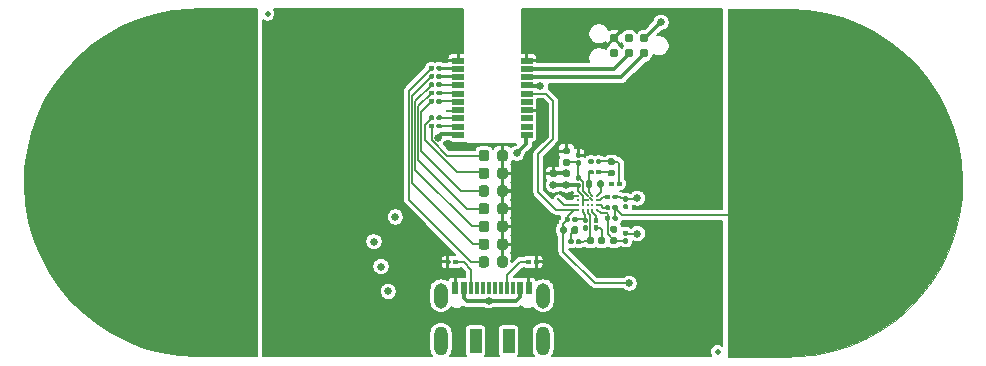
<source format=gbr>
%TF.GenerationSoftware,KiCad,Pcbnew,5.1.10-88a1d61d58~90~ubuntu20.04.1*%
%TF.CreationDate,2021-08-18T17:07:53+02:00*%
%TF.ProjectId,s1-ecg-demo,73312d65-6367-42d6-9465-6d6f2e6b6963,1*%
%TF.SameCoordinates,Original*%
%TF.FileFunction,Copper,L1,Top*%
%TF.FilePolarity,Positive*%
%FSLAX46Y46*%
G04 Gerber Fmt 4.6, Leading zero omitted, Abs format (unit mm)*
G04 Created by KiCad (PCBNEW 5.1.10-88a1d61d58~90~ubuntu20.04.1) date 2021-08-18 17:07:53*
%MOMM*%
%LPD*%
G01*
G04 APERTURE LIST*
%TA.AperFunction,SMDPad,CuDef*%
%ADD10R,0.558800X1.092200*%
%TD*%
%TA.AperFunction,SMDPad,CuDef*%
%ADD11R,0.304800X1.041400*%
%TD*%
%TA.AperFunction,SMDPad,CuDef*%
%ADD12R,0.990600X2.006600*%
%TD*%
%TA.AperFunction,ComponentPad*%
%ADD13O,1.158000X2.458000*%
%TD*%
%TA.AperFunction,ComponentPad*%
%ADD14O,1.158000X2.158000*%
%TD*%
%TA.AperFunction,ConnectorPad*%
%ADD15C,0.787400*%
%TD*%
%TA.AperFunction,SMDPad,CuDef*%
%ADD16R,1.000000X0.480000*%
%TD*%
%TA.AperFunction,SMDPad,CuDef*%
%ADD17C,0.220000*%
%TD*%
%TA.AperFunction,SMDPad,CuDef*%
%ADD18C,0.500000*%
%TD*%
%TA.AperFunction,ViaPad*%
%ADD19C,0.200000*%
%TD*%
%TA.AperFunction,ViaPad*%
%ADD20C,0.650000*%
%TD*%
%TA.AperFunction,Conductor*%
%ADD21C,0.200000*%
%TD*%
%TA.AperFunction,Conductor*%
%ADD22C,0.350000*%
%TD*%
%TA.AperFunction,Conductor*%
%ADD23C,0.100000*%
%TD*%
G04 APERTURE END LIST*
%TO.P,C8,2*%
%TO.N,GND*%
%TA.AperFunction,SMDPad,CuDef*%
G36*
G01*
X144470000Y-103120000D02*
X144130000Y-103120000D01*
G75*
G02*
X143990000Y-102980000I0J140000D01*
G01*
X143990000Y-102700000D01*
G75*
G02*
X144130000Y-102560000I140000J0D01*
G01*
X144470000Y-102560000D01*
G75*
G02*
X144610000Y-102700000I0J-140000D01*
G01*
X144610000Y-102980000D01*
G75*
G02*
X144470000Y-103120000I-140000J0D01*
G01*
G37*
%TD.AperFunction*%
%TO.P,C8,1*%
%TO.N,+1V8*%
%TA.AperFunction,SMDPad,CuDef*%
G36*
G01*
X144470000Y-104080000D02*
X144130000Y-104080000D01*
G75*
G02*
X143990000Y-103940000I0J140000D01*
G01*
X143990000Y-103660000D01*
G75*
G02*
X144130000Y-103520000I140000J0D01*
G01*
X144470000Y-103520000D01*
G75*
G02*
X144610000Y-103660000I0J-140000D01*
G01*
X144610000Y-103940000D01*
G75*
G02*
X144470000Y-104080000I-140000J0D01*
G01*
G37*
%TD.AperFunction*%
%TD*%
D10*
%TO.P,J4,A1/B12*%
%TO.N,GND*%
X136000000Y-112500000D03*
%TO.P,J4,A4/B9*%
%TO.N,/VBUS*%
X136749999Y-112500000D03*
D11*
%TO.P,J4,A5*%
%TO.N,Net-(J4-PadA5)*%
X137350001Y-112500000D03*
%TO.P,J4,B8*%
%TO.N,N/C*%
X137850000Y-112500000D03*
%TO.P,J4,B7*%
X138349999Y-112500000D03*
%TO.P,J4,A6*%
X138850000Y-112500000D03*
%TO.P,J4,B6*%
X139349999Y-112500000D03*
%TO.P,J4,A7*%
X139850001Y-112500000D03*
%TO.P,J4,B5*%
%TO.N,Net-(J4-PadB5)*%
X140350000Y-112500000D03*
%TO.P,J4,A8*%
%TO.N,N/C*%
X140849999Y-112500000D03*
D10*
%TO.P,J4,A9/B4*%
%TO.N,/VBUS*%
X141450000Y-112500000D03*
%TO.P,J4,A12/B1*%
%TO.N,GND*%
X142199999Y-112500000D03*
D12*
%TO.P,J4,*%
%TO.N,*%
X137700000Y-116996000D03*
X140499999Y-116996000D03*
D13*
X134779998Y-116996000D03*
D14*
X134779998Y-113170999D03*
D13*
X143420001Y-116996000D03*
D14*
X143419601Y-113170999D03*
%TD*%
%TO.P,R22,2*%
%TO.N,Net-(J4-PadA5)*%
%TA.AperFunction,SMDPad,CuDef*%
G36*
G01*
X135770000Y-110400000D02*
X135770000Y-110200000D01*
G75*
G02*
X135870000Y-110100000I100000J0D01*
G01*
X136130000Y-110100000D01*
G75*
G02*
X136230000Y-110200000I0J-100000D01*
G01*
X136230000Y-110400000D01*
G75*
G02*
X136130000Y-110500000I-100000J0D01*
G01*
X135870000Y-110500000D01*
G75*
G02*
X135770000Y-110400000I0J100000D01*
G01*
G37*
%TD.AperFunction*%
%TO.P,R22,1*%
%TO.N,GND*%
%TA.AperFunction,SMDPad,CuDef*%
G36*
G01*
X135130000Y-110400000D02*
X135130000Y-110200000D01*
G75*
G02*
X135230000Y-110100000I100000J0D01*
G01*
X135490000Y-110100000D01*
G75*
G02*
X135590000Y-110200000I0J-100000D01*
G01*
X135590000Y-110400000D01*
G75*
G02*
X135490000Y-110500000I-100000J0D01*
G01*
X135230000Y-110500000D01*
G75*
G02*
X135130000Y-110400000I0J100000D01*
G01*
G37*
%TD.AperFunction*%
%TD*%
%TO.P,LED4,2*%
%TO.N,Net-(LED4-Pad2)*%
%TA.AperFunction,SMDPad,CuDef*%
G36*
G01*
X138845799Y-107043750D02*
X138845799Y-107556250D01*
G75*
G02*
X138627049Y-107775000I-218750J0D01*
G01*
X138189549Y-107775000D01*
G75*
G02*
X137970799Y-107556250I0J218750D01*
G01*
X137970799Y-107043750D01*
G75*
G02*
X138189549Y-106825000I218750J0D01*
G01*
X138627049Y-106825000D01*
G75*
G02*
X138845799Y-107043750I0J-218750D01*
G01*
G37*
%TD.AperFunction*%
%TO.P,LED4,1*%
%TO.N,GND*%
%TA.AperFunction,SMDPad,CuDef*%
G36*
G01*
X140420799Y-107043750D02*
X140420799Y-107556250D01*
G75*
G02*
X140202049Y-107775000I-218750J0D01*
G01*
X139764549Y-107775000D01*
G75*
G02*
X139545799Y-107556250I0J218750D01*
G01*
X139545799Y-107043750D01*
G75*
G02*
X139764549Y-106825000I218750J0D01*
G01*
X140202049Y-106825000D01*
G75*
G02*
X140420799Y-107043750I0J-218750D01*
G01*
G37*
%TD.AperFunction*%
%TD*%
%TO.P,R13,2*%
%TO.N,Net-(R13-Pad2)*%
%TA.AperFunction,SMDPad,CuDef*%
G36*
G01*
X148000000Y-107010000D02*
X147800000Y-107010000D01*
G75*
G02*
X147700000Y-106910000I0J100000D01*
G01*
X147700000Y-106650000D01*
G75*
G02*
X147800000Y-106550000I100000J0D01*
G01*
X148000000Y-106550000D01*
G75*
G02*
X148100000Y-106650000I0J-100000D01*
G01*
X148100000Y-106910000D01*
G75*
G02*
X148000000Y-107010000I-100000J0D01*
G01*
G37*
%TD.AperFunction*%
%TO.P,R13,1*%
%TO.N,Net-(C4-Pad1)*%
%TA.AperFunction,SMDPad,CuDef*%
G36*
G01*
X148000000Y-107650000D02*
X147800000Y-107650000D01*
G75*
G02*
X147700000Y-107550000I0J100000D01*
G01*
X147700000Y-107290000D01*
G75*
G02*
X147800000Y-107190000I100000J0D01*
G01*
X148000000Y-107190000D01*
G75*
G02*
X148100000Y-107290000I0J-100000D01*
G01*
X148100000Y-107550000D01*
G75*
G02*
X148000000Y-107650000I-100000J0D01*
G01*
G37*
%TD.AperFunction*%
%TD*%
%TO.P,R20,2*%
%TO.N,/LED7*%
%TA.AperFunction,SMDPad,CuDef*%
G36*
G01*
X134390000Y-96800000D02*
X134390000Y-96600000D01*
G75*
G02*
X134490000Y-96500000I100000J0D01*
G01*
X134750000Y-96500000D01*
G75*
G02*
X134850000Y-96600000I0J-100000D01*
G01*
X134850000Y-96800000D01*
G75*
G02*
X134750000Y-96900000I-100000J0D01*
G01*
X134490000Y-96900000D01*
G75*
G02*
X134390000Y-96800000I0J100000D01*
G01*
G37*
%TD.AperFunction*%
%TO.P,R20,1*%
%TO.N,Net-(LED7-Pad2)*%
%TA.AperFunction,SMDPad,CuDef*%
G36*
G01*
X133750000Y-96800000D02*
X133750000Y-96600000D01*
G75*
G02*
X133850000Y-96500000I100000J0D01*
G01*
X134110000Y-96500000D01*
G75*
G02*
X134210000Y-96600000I0J-100000D01*
G01*
X134210000Y-96800000D01*
G75*
G02*
X134110000Y-96900000I-100000J0D01*
G01*
X133850000Y-96900000D01*
G75*
G02*
X133750000Y-96800000I0J100000D01*
G01*
G37*
%TD.AperFunction*%
%TD*%
%TO.P,R17,2*%
%TO.N,/LED6*%
%TA.AperFunction,SMDPad,CuDef*%
G36*
G01*
X134390000Y-98200000D02*
X134390000Y-98000000D01*
G75*
G02*
X134490000Y-97900000I100000J0D01*
G01*
X134750000Y-97900000D01*
G75*
G02*
X134850000Y-98000000I0J-100000D01*
G01*
X134850000Y-98200000D01*
G75*
G02*
X134750000Y-98300000I-100000J0D01*
G01*
X134490000Y-98300000D01*
G75*
G02*
X134390000Y-98200000I0J100000D01*
G01*
G37*
%TD.AperFunction*%
%TO.P,R17,1*%
%TO.N,Net-(LED6-Pad2)*%
%TA.AperFunction,SMDPad,CuDef*%
G36*
G01*
X133750000Y-98200000D02*
X133750000Y-98000000D01*
G75*
G02*
X133850000Y-97900000I100000J0D01*
G01*
X134110000Y-97900000D01*
G75*
G02*
X134210000Y-98000000I0J-100000D01*
G01*
X134210000Y-98200000D01*
G75*
G02*
X134110000Y-98300000I-100000J0D01*
G01*
X133850000Y-98300000D01*
G75*
G02*
X133750000Y-98200000I0J100000D01*
G01*
G37*
%TD.AperFunction*%
%TD*%
%TO.P,R16,2*%
%TO.N,/LED5*%
%TA.AperFunction,SMDPad,CuDef*%
G36*
G01*
X134390000Y-98900000D02*
X134390000Y-98700000D01*
G75*
G02*
X134490000Y-98600000I100000J0D01*
G01*
X134750000Y-98600000D01*
G75*
G02*
X134850000Y-98700000I0J-100000D01*
G01*
X134850000Y-98900000D01*
G75*
G02*
X134750000Y-99000000I-100000J0D01*
G01*
X134490000Y-99000000D01*
G75*
G02*
X134390000Y-98900000I0J100000D01*
G01*
G37*
%TD.AperFunction*%
%TO.P,R16,1*%
%TO.N,Net-(LED5-Pad2)*%
%TA.AperFunction,SMDPad,CuDef*%
G36*
G01*
X133750000Y-98900000D02*
X133750000Y-98700000D01*
G75*
G02*
X133850000Y-98600000I100000J0D01*
G01*
X134110000Y-98600000D01*
G75*
G02*
X134210000Y-98700000I0J-100000D01*
G01*
X134210000Y-98900000D01*
G75*
G02*
X134110000Y-99000000I-100000J0D01*
G01*
X133850000Y-99000000D01*
G75*
G02*
X133750000Y-98900000I0J100000D01*
G01*
G37*
%TD.AperFunction*%
%TD*%
%TO.P,R15,2*%
%TO.N,/LED4*%
%TA.AperFunction,SMDPad,CuDef*%
G36*
G01*
X134390000Y-95400000D02*
X134390000Y-95200000D01*
G75*
G02*
X134490000Y-95100000I100000J0D01*
G01*
X134750000Y-95100000D01*
G75*
G02*
X134850000Y-95200000I0J-100000D01*
G01*
X134850000Y-95400000D01*
G75*
G02*
X134750000Y-95500000I-100000J0D01*
G01*
X134490000Y-95500000D01*
G75*
G02*
X134390000Y-95400000I0J100000D01*
G01*
G37*
%TD.AperFunction*%
%TO.P,R15,1*%
%TO.N,Net-(LED4-Pad2)*%
%TA.AperFunction,SMDPad,CuDef*%
G36*
G01*
X133750000Y-95400000D02*
X133750000Y-95200000D01*
G75*
G02*
X133850000Y-95100000I100000J0D01*
G01*
X134110000Y-95100000D01*
G75*
G02*
X134210000Y-95200000I0J-100000D01*
G01*
X134210000Y-95400000D01*
G75*
G02*
X134110000Y-95500000I-100000J0D01*
G01*
X133850000Y-95500000D01*
G75*
G02*
X133750000Y-95400000I0J100000D01*
G01*
G37*
%TD.AperFunction*%
%TD*%
%TO.P,R14,2*%
%TO.N,/LED3*%
%TA.AperFunction,SMDPad,CuDef*%
G36*
G01*
X134390000Y-94700000D02*
X134390000Y-94500000D01*
G75*
G02*
X134490000Y-94400000I100000J0D01*
G01*
X134750000Y-94400000D01*
G75*
G02*
X134850000Y-94500000I0J-100000D01*
G01*
X134850000Y-94700000D01*
G75*
G02*
X134750000Y-94800000I-100000J0D01*
G01*
X134490000Y-94800000D01*
G75*
G02*
X134390000Y-94700000I0J100000D01*
G01*
G37*
%TD.AperFunction*%
%TO.P,R14,1*%
%TO.N,Net-(LED3-Pad2)*%
%TA.AperFunction,SMDPad,CuDef*%
G36*
G01*
X133750000Y-94700000D02*
X133750000Y-94500000D01*
G75*
G02*
X133850000Y-94400000I100000J0D01*
G01*
X134110000Y-94400000D01*
G75*
G02*
X134210000Y-94500000I0J-100000D01*
G01*
X134210000Y-94700000D01*
G75*
G02*
X134110000Y-94800000I-100000J0D01*
G01*
X133850000Y-94800000D01*
G75*
G02*
X133750000Y-94700000I0J100000D01*
G01*
G37*
%TD.AperFunction*%
%TD*%
%TO.P,R6,2*%
%TO.N,/LED2*%
%TA.AperFunction,SMDPad,CuDef*%
G36*
G01*
X134390000Y-94000000D02*
X134390000Y-93800000D01*
G75*
G02*
X134490000Y-93700000I100000J0D01*
G01*
X134750000Y-93700000D01*
G75*
G02*
X134850000Y-93800000I0J-100000D01*
G01*
X134850000Y-94000000D01*
G75*
G02*
X134750000Y-94100000I-100000J0D01*
G01*
X134490000Y-94100000D01*
G75*
G02*
X134390000Y-94000000I0J100000D01*
G01*
G37*
%TD.AperFunction*%
%TO.P,R6,1*%
%TO.N,Net-(LED2-Pad2)*%
%TA.AperFunction,SMDPad,CuDef*%
G36*
G01*
X133750000Y-94000000D02*
X133750000Y-93800000D01*
G75*
G02*
X133850000Y-93700000I100000J0D01*
G01*
X134110000Y-93700000D01*
G75*
G02*
X134210000Y-93800000I0J-100000D01*
G01*
X134210000Y-94000000D01*
G75*
G02*
X134110000Y-94100000I-100000J0D01*
G01*
X133850000Y-94100000D01*
G75*
G02*
X133750000Y-94000000I0J100000D01*
G01*
G37*
%TD.AperFunction*%
%TD*%
%TO.P,R21,2*%
%TO.N,GND*%
%TA.AperFunction,SMDPad,CuDef*%
G36*
G01*
X146500000Y-101510000D02*
X146300000Y-101510000D01*
G75*
G02*
X146200000Y-101410000I0J100000D01*
G01*
X146200000Y-101150000D01*
G75*
G02*
X146300000Y-101050000I100000J0D01*
G01*
X146500000Y-101050000D01*
G75*
G02*
X146600000Y-101150000I0J-100000D01*
G01*
X146600000Y-101410000D01*
G75*
G02*
X146500000Y-101510000I-100000J0D01*
G01*
G37*
%TD.AperFunction*%
%TO.P,R21,1*%
%TO.N,Net-(C7-Pad1)*%
%TA.AperFunction,SMDPad,CuDef*%
G36*
G01*
X146500000Y-102150000D02*
X146300000Y-102150000D01*
G75*
G02*
X146200000Y-102050000I0J100000D01*
G01*
X146200000Y-101790000D01*
G75*
G02*
X146300000Y-101690000I100000J0D01*
G01*
X146500000Y-101690000D01*
G75*
G02*
X146600000Y-101790000I0J-100000D01*
G01*
X146600000Y-102050000D01*
G75*
G02*
X146500000Y-102150000I-100000J0D01*
G01*
G37*
%TD.AperFunction*%
%TD*%
%TO.P,R19,2*%
%TO.N,+1V8*%
%TA.AperFunction,SMDPad,CuDef*%
G36*
G01*
X146300000Y-103590000D02*
X146500000Y-103590000D01*
G75*
G02*
X146600000Y-103690000I0J-100000D01*
G01*
X146600000Y-103950000D01*
G75*
G02*
X146500000Y-104050000I-100000J0D01*
G01*
X146300000Y-104050000D01*
G75*
G02*
X146200000Y-103950000I0J100000D01*
G01*
X146200000Y-103690000D01*
G75*
G02*
X146300000Y-103590000I100000J0D01*
G01*
G37*
%TD.AperFunction*%
%TO.P,R19,1*%
%TO.N,Net-(C7-Pad1)*%
%TA.AperFunction,SMDPad,CuDef*%
G36*
G01*
X146300000Y-102950000D02*
X146500000Y-102950000D01*
G75*
G02*
X146600000Y-103050000I0J-100000D01*
G01*
X146600000Y-103310000D01*
G75*
G02*
X146500000Y-103410000I-100000J0D01*
G01*
X146300000Y-103410000D01*
G75*
G02*
X146200000Y-103310000I0J100000D01*
G01*
X146200000Y-103050000D01*
G75*
G02*
X146300000Y-102950000I100000J0D01*
G01*
G37*
%TD.AperFunction*%
%TD*%
%TO.P,R18,2*%
%TO.N,Net-(C1-Pad2)*%
%TA.AperFunction,SMDPad,CuDef*%
G36*
G01*
X147890000Y-102800000D02*
X147890000Y-102600000D01*
G75*
G02*
X147990000Y-102500000I100000J0D01*
G01*
X148250000Y-102500000D01*
G75*
G02*
X148350000Y-102600000I0J-100000D01*
G01*
X148350000Y-102800000D01*
G75*
G02*
X148250000Y-102900000I-100000J0D01*
G01*
X147990000Y-102900000D01*
G75*
G02*
X147890000Y-102800000I0J100000D01*
G01*
G37*
%TD.AperFunction*%
%TO.P,R18,1*%
%TO.N,Net-(C5-Pad2)*%
%TA.AperFunction,SMDPad,CuDef*%
G36*
G01*
X147250000Y-102800000D02*
X147250000Y-102600000D01*
G75*
G02*
X147350000Y-102500000I100000J0D01*
G01*
X147610000Y-102500000D01*
G75*
G02*
X147710000Y-102600000I0J-100000D01*
G01*
X147710000Y-102800000D01*
G75*
G02*
X147610000Y-102900000I-100000J0D01*
G01*
X147350000Y-102900000D01*
G75*
G02*
X147250000Y-102800000I0J100000D01*
G01*
G37*
%TD.AperFunction*%
%TD*%
%TO.P,R12,2*%
%TO.N,Net-(J2-Pad1)*%
%TA.AperFunction,SMDPad,CuDef*%
G36*
G01*
X149290000Y-105800000D02*
X149290000Y-105600000D01*
G75*
G02*
X149390000Y-105500000I100000J0D01*
G01*
X149650000Y-105500000D01*
G75*
G02*
X149750000Y-105600000I0J-100000D01*
G01*
X149750000Y-105800000D01*
G75*
G02*
X149650000Y-105900000I-100000J0D01*
G01*
X149390000Y-105900000D01*
G75*
G02*
X149290000Y-105800000I0J100000D01*
G01*
G37*
%TD.AperFunction*%
%TO.P,R12,1*%
%TO.N,Net-(R12-Pad1)*%
%TA.AperFunction,SMDPad,CuDef*%
G36*
G01*
X148650000Y-105800000D02*
X148650000Y-105600000D01*
G75*
G02*
X148750000Y-105500000I100000J0D01*
G01*
X149010000Y-105500000D01*
G75*
G02*
X149110000Y-105600000I0J-100000D01*
G01*
X149110000Y-105800000D01*
G75*
G02*
X149010000Y-105900000I-100000J0D01*
G01*
X148750000Y-105900000D01*
G75*
G02*
X148650000Y-105800000I0J100000D01*
G01*
G37*
%TD.AperFunction*%
%TD*%
%TO.P,R11,2*%
%TO.N,Net-(J1-Pad1)*%
%TA.AperFunction,SMDPad,CuDef*%
G36*
G01*
X149290000Y-104900000D02*
X149290000Y-104700000D01*
G75*
G02*
X149390000Y-104600000I100000J0D01*
G01*
X149650000Y-104600000D01*
G75*
G02*
X149750000Y-104700000I0J-100000D01*
G01*
X149750000Y-104900000D01*
G75*
G02*
X149650000Y-105000000I-100000J0D01*
G01*
X149390000Y-105000000D01*
G75*
G02*
X149290000Y-104900000I0J100000D01*
G01*
G37*
%TD.AperFunction*%
%TO.P,R11,1*%
%TO.N,Net-(R11-Pad1)*%
%TA.AperFunction,SMDPad,CuDef*%
G36*
G01*
X148650000Y-104900000D02*
X148650000Y-104700000D01*
G75*
G02*
X148750000Y-104600000I100000J0D01*
G01*
X149010000Y-104600000D01*
G75*
G02*
X149110000Y-104700000I0J-100000D01*
G01*
X149110000Y-104900000D01*
G75*
G02*
X149010000Y-105000000I-100000J0D01*
G01*
X148750000Y-105000000D01*
G75*
G02*
X148650000Y-104900000I0J100000D01*
G01*
G37*
%TD.AperFunction*%
%TD*%
%TO.P,R10,2*%
%TO.N,Net-(C2-Pad2)*%
%TA.AperFunction,SMDPad,CuDef*%
G36*
G01*
X146010000Y-108500000D02*
X146010000Y-108700000D01*
G75*
G02*
X145910000Y-108800000I-100000J0D01*
G01*
X145650000Y-108800000D01*
G75*
G02*
X145550000Y-108700000I0J100000D01*
G01*
X145550000Y-108500000D01*
G75*
G02*
X145650000Y-108400000I100000J0D01*
G01*
X145910000Y-108400000D01*
G75*
G02*
X146010000Y-108500000I0J-100000D01*
G01*
G37*
%TD.AperFunction*%
%TO.P,R10,1*%
%TO.N,Net-(C4-Pad2)*%
%TA.AperFunction,SMDPad,CuDef*%
G36*
G01*
X146650000Y-108500000D02*
X146650000Y-108700000D01*
G75*
G02*
X146550000Y-108800000I-100000J0D01*
G01*
X146290000Y-108800000D01*
G75*
G02*
X146190000Y-108700000I0J100000D01*
G01*
X146190000Y-108500000D01*
G75*
G02*
X146290000Y-108400000I100000J0D01*
G01*
X146550000Y-108400000D01*
G75*
G02*
X146650000Y-108500000I0J-100000D01*
G01*
G37*
%TD.AperFunction*%
%TD*%
%TO.P,R3,2*%
%TO.N,Net-(J3-Pad1)*%
%TA.AperFunction,SMDPad,CuDef*%
G36*
G01*
X150500000Y-108110000D02*
X150300000Y-108110000D01*
G75*
G02*
X150200000Y-108010000I0J100000D01*
G01*
X150200000Y-107750000D01*
G75*
G02*
X150300000Y-107650000I100000J0D01*
G01*
X150500000Y-107650000D01*
G75*
G02*
X150600000Y-107750000I0J-100000D01*
G01*
X150600000Y-108010000D01*
G75*
G02*
X150500000Y-108110000I-100000J0D01*
G01*
G37*
%TD.AperFunction*%
%TO.P,R3,1*%
%TO.N,Net-(C3-Pad1)*%
%TA.AperFunction,SMDPad,CuDef*%
G36*
G01*
X150500000Y-108750000D02*
X150300000Y-108750000D01*
G75*
G02*
X150200000Y-108650000I0J100000D01*
G01*
X150200000Y-108390000D01*
G75*
G02*
X150300000Y-108290000I100000J0D01*
G01*
X150500000Y-108290000D01*
G75*
G02*
X150600000Y-108390000I0J-100000D01*
G01*
X150600000Y-108650000D01*
G75*
G02*
X150500000Y-108750000I-100000J0D01*
G01*
G37*
%TD.AperFunction*%
%TD*%
%TO.P,R8,2*%
%TO.N,/ECG_OUT*%
%TA.AperFunction,SMDPad,CuDef*%
G36*
G01*
X145710000Y-106600000D02*
X145710000Y-106800000D01*
G75*
G02*
X145610000Y-106900000I-100000J0D01*
G01*
X145350000Y-106900000D01*
G75*
G02*
X145250000Y-106800000I0J100000D01*
G01*
X145250000Y-106600000D01*
G75*
G02*
X145350000Y-106500000I100000J0D01*
G01*
X145610000Y-106500000D01*
G75*
G02*
X145710000Y-106600000I0J-100000D01*
G01*
G37*
%TD.AperFunction*%
%TO.P,R8,1*%
%TO.N,Net-(R7-Pad2)*%
%TA.AperFunction,SMDPad,CuDef*%
G36*
G01*
X146350000Y-106600000D02*
X146350000Y-106800000D01*
G75*
G02*
X146250000Y-106900000I-100000J0D01*
G01*
X145990000Y-106900000D01*
G75*
G02*
X145890000Y-106800000I0J100000D01*
G01*
X145890000Y-106600000D01*
G75*
G02*
X145990000Y-106500000I100000J0D01*
G01*
X146250000Y-106500000D01*
G75*
G02*
X146350000Y-106600000I0J-100000D01*
G01*
G37*
%TD.AperFunction*%
%TD*%
%TO.P,R7,2*%
%TO.N,Net-(R7-Pad2)*%
%TA.AperFunction,SMDPad,CuDef*%
G36*
G01*
X147100000Y-107010000D02*
X146900000Y-107010000D01*
G75*
G02*
X146800000Y-106910000I0J100000D01*
G01*
X146800000Y-106650000D01*
G75*
G02*
X146900000Y-106550000I100000J0D01*
G01*
X147100000Y-106550000D01*
G75*
G02*
X147200000Y-106650000I0J-100000D01*
G01*
X147200000Y-106910000D01*
G75*
G02*
X147100000Y-107010000I-100000J0D01*
G01*
G37*
%TD.AperFunction*%
%TO.P,R7,1*%
%TO.N,Net-(C4-Pad1)*%
%TA.AperFunction,SMDPad,CuDef*%
G36*
G01*
X147100000Y-107650000D02*
X146900000Y-107650000D01*
G75*
G02*
X146800000Y-107550000I0J100000D01*
G01*
X146800000Y-107290000D01*
G75*
G02*
X146900000Y-107190000I100000J0D01*
G01*
X147100000Y-107190000D01*
G75*
G02*
X147200000Y-107290000I0J-100000D01*
G01*
X147200000Y-107550000D01*
G75*
G02*
X147100000Y-107650000I-100000J0D01*
G01*
G37*
%TD.AperFunction*%
%TD*%
%TO.P,R9,2*%
%TO.N,Net-(C3-Pad1)*%
%TA.AperFunction,SMDPad,CuDef*%
G36*
G01*
X150300000Y-105390000D02*
X150500000Y-105390000D01*
G75*
G02*
X150600000Y-105490000I0J-100000D01*
G01*
X150600000Y-105750000D01*
G75*
G02*
X150500000Y-105850000I-100000J0D01*
G01*
X150300000Y-105850000D01*
G75*
G02*
X150200000Y-105750000I0J100000D01*
G01*
X150200000Y-105490000D01*
G75*
G02*
X150300000Y-105390000I100000J0D01*
G01*
G37*
%TD.AperFunction*%
%TO.P,R9,1*%
%TO.N,Net-(J1-Pad1)*%
%TA.AperFunction,SMDPad,CuDef*%
G36*
G01*
X150300000Y-104750000D02*
X150500000Y-104750000D01*
G75*
G02*
X150600000Y-104850000I0J-100000D01*
G01*
X150600000Y-105110000D01*
G75*
G02*
X150500000Y-105210000I-100000J0D01*
G01*
X150300000Y-105210000D01*
G75*
G02*
X150200000Y-105110000I0J100000D01*
G01*
X150200000Y-104850000D01*
G75*
G02*
X150300000Y-104750000I100000J0D01*
G01*
G37*
%TD.AperFunction*%
%TD*%
%TO.P,R5,2*%
%TO.N,Net-(C3-Pad1)*%
%TA.AperFunction,SMDPad,CuDef*%
G36*
G01*
X149110000Y-106500000D02*
X149110000Y-106700000D01*
G75*
G02*
X149010000Y-106800000I-100000J0D01*
G01*
X148750000Y-106800000D01*
G75*
G02*
X148650000Y-106700000I0J100000D01*
G01*
X148650000Y-106500000D01*
G75*
G02*
X148750000Y-106400000I100000J0D01*
G01*
X149010000Y-106400000D01*
G75*
G02*
X149110000Y-106500000I0J-100000D01*
G01*
G37*
%TD.AperFunction*%
%TO.P,R5,1*%
%TO.N,Net-(J2-Pad1)*%
%TA.AperFunction,SMDPad,CuDef*%
G36*
G01*
X149750000Y-106500000D02*
X149750000Y-106700000D01*
G75*
G02*
X149650000Y-106800000I-100000J0D01*
G01*
X149390000Y-106800000D01*
G75*
G02*
X149290000Y-106700000I0J100000D01*
G01*
X149290000Y-106500000D01*
G75*
G02*
X149390000Y-106400000I100000J0D01*
G01*
X149650000Y-106400000D01*
G75*
G02*
X149750000Y-106500000I0J-100000D01*
G01*
G37*
%TD.AperFunction*%
%TD*%
%TO.P,R2,2*%
%TO.N,Net-(C2-Pad2)*%
%TA.AperFunction,SMDPad,CuDef*%
G36*
G01*
X147710000Y-101700000D02*
X147710000Y-101900000D01*
G75*
G02*
X147610000Y-102000000I-100000J0D01*
G01*
X147350000Y-102000000D01*
G75*
G02*
X147250000Y-101900000I0J100000D01*
G01*
X147250000Y-101700000D01*
G75*
G02*
X147350000Y-101600000I100000J0D01*
G01*
X147610000Y-101600000D01*
G75*
G02*
X147710000Y-101700000I0J-100000D01*
G01*
G37*
%TD.AperFunction*%
%TO.P,R2,1*%
%TO.N,Net-(C1-Pad1)*%
%TA.AperFunction,SMDPad,CuDef*%
G36*
G01*
X148350000Y-101700000D02*
X148350000Y-101900000D01*
G75*
G02*
X148250000Y-102000000I-100000J0D01*
G01*
X147990000Y-102000000D01*
G75*
G02*
X147890000Y-101900000I0J100000D01*
G01*
X147890000Y-101700000D01*
G75*
G02*
X147990000Y-101600000I100000J0D01*
G01*
X148250000Y-101600000D01*
G75*
G02*
X148350000Y-101700000I0J-100000D01*
G01*
G37*
%TD.AperFunction*%
%TD*%
%TO.P,R1,2*%
%TO.N,Net-(C4-Pad1)*%
%TA.AperFunction,SMDPad,CuDef*%
G36*
G01*
X149460000Y-103600000D02*
X149460000Y-103800000D01*
G75*
G02*
X149360000Y-103900000I-100000J0D01*
G01*
X149100000Y-103900000D01*
G75*
G02*
X149000000Y-103800000I0J100000D01*
G01*
X149000000Y-103600000D01*
G75*
G02*
X149100000Y-103500000I100000J0D01*
G01*
X149360000Y-103500000D01*
G75*
G02*
X149460000Y-103600000I0J-100000D01*
G01*
G37*
%TD.AperFunction*%
%TO.P,R1,1*%
%TO.N,Net-(C1-Pad1)*%
%TA.AperFunction,SMDPad,CuDef*%
G36*
G01*
X150100000Y-103600000D02*
X150100000Y-103800000D01*
G75*
G02*
X150000000Y-103900000I-100000J0D01*
G01*
X149740000Y-103900000D01*
G75*
G02*
X149640000Y-103800000I0J100000D01*
G01*
X149640000Y-103600000D01*
G75*
G02*
X149740000Y-103500000I100000J0D01*
G01*
X150000000Y-103500000D01*
G75*
G02*
X150100000Y-103600000I0J-100000D01*
G01*
G37*
%TD.AperFunction*%
%TD*%
%TO.P,R4,2*%
%TO.N,/LED1*%
%TA.AperFunction,SMDPad,CuDef*%
G36*
G01*
X134390000Y-96100000D02*
X134390000Y-95900000D01*
G75*
G02*
X134490000Y-95800000I100000J0D01*
G01*
X134750000Y-95800000D01*
G75*
G02*
X134850000Y-95900000I0J-100000D01*
G01*
X134850000Y-96100000D01*
G75*
G02*
X134750000Y-96200000I-100000J0D01*
G01*
X134490000Y-96200000D01*
G75*
G02*
X134390000Y-96100000I0J100000D01*
G01*
G37*
%TD.AperFunction*%
%TO.P,R4,1*%
%TO.N,Net-(LED1-Pad2)*%
%TA.AperFunction,SMDPad,CuDef*%
G36*
G01*
X133750000Y-96100000D02*
X133750000Y-95900000D01*
G75*
G02*
X133850000Y-95800000I100000J0D01*
G01*
X134110000Y-95800000D01*
G75*
G02*
X134210000Y-95900000I0J-100000D01*
G01*
X134210000Y-96100000D01*
G75*
G02*
X134110000Y-96200000I-100000J0D01*
G01*
X133850000Y-96200000D01*
G75*
G02*
X133750000Y-96100000I0J100000D01*
G01*
G37*
%TD.AperFunction*%
%TD*%
%TO.P,R23,2*%
%TO.N,Net-(J4-PadB5)*%
%TA.AperFunction,SMDPad,CuDef*%
G36*
G01*
X142430000Y-110200000D02*
X142430000Y-110400000D01*
G75*
G02*
X142330000Y-110500000I-100000J0D01*
G01*
X142070000Y-110500000D01*
G75*
G02*
X141970000Y-110400000I0J100000D01*
G01*
X141970000Y-110200000D01*
G75*
G02*
X142070000Y-110100000I100000J0D01*
G01*
X142330000Y-110100000D01*
G75*
G02*
X142430000Y-110200000I0J-100000D01*
G01*
G37*
%TD.AperFunction*%
%TO.P,R23,1*%
%TO.N,GND*%
%TA.AperFunction,SMDPad,CuDef*%
G36*
G01*
X143070000Y-110200000D02*
X143070000Y-110400000D01*
G75*
G02*
X142970000Y-110500000I-100000J0D01*
G01*
X142710000Y-110500000D01*
G75*
G02*
X142610000Y-110400000I0J100000D01*
G01*
X142610000Y-110200000D01*
G75*
G02*
X142710000Y-110100000I100000J0D01*
G01*
X142970000Y-110100000D01*
G75*
G02*
X143070000Y-110200000I0J-100000D01*
G01*
G37*
%TD.AperFunction*%
%TD*%
%TO.P,LED7,2*%
%TO.N,Net-(LED7-Pad2)*%
%TA.AperFunction,SMDPad,CuDef*%
G36*
G01*
X138845799Y-104043750D02*
X138845799Y-104556250D01*
G75*
G02*
X138627049Y-104775000I-218750J0D01*
G01*
X138189549Y-104775000D01*
G75*
G02*
X137970799Y-104556250I0J218750D01*
G01*
X137970799Y-104043750D01*
G75*
G02*
X138189549Y-103825000I218750J0D01*
G01*
X138627049Y-103825000D01*
G75*
G02*
X138845799Y-104043750I0J-218750D01*
G01*
G37*
%TD.AperFunction*%
%TO.P,LED7,1*%
%TO.N,GND*%
%TA.AperFunction,SMDPad,CuDef*%
G36*
G01*
X140420799Y-104043750D02*
X140420799Y-104556250D01*
G75*
G02*
X140202049Y-104775000I-218750J0D01*
G01*
X139764549Y-104775000D01*
G75*
G02*
X139545799Y-104556250I0J218750D01*
G01*
X139545799Y-104043750D01*
G75*
G02*
X139764549Y-103825000I218750J0D01*
G01*
X140202049Y-103825000D01*
G75*
G02*
X140420799Y-104043750I0J-218750D01*
G01*
G37*
%TD.AperFunction*%
%TD*%
%TO.P,LED6,2*%
%TO.N,Net-(LED6-Pad2)*%
%TA.AperFunction,SMDPad,CuDef*%
G36*
G01*
X138845799Y-102543750D02*
X138845799Y-103056250D01*
G75*
G02*
X138627049Y-103275000I-218750J0D01*
G01*
X138189549Y-103275000D01*
G75*
G02*
X137970799Y-103056250I0J218750D01*
G01*
X137970799Y-102543750D01*
G75*
G02*
X138189549Y-102325000I218750J0D01*
G01*
X138627049Y-102325000D01*
G75*
G02*
X138845799Y-102543750I0J-218750D01*
G01*
G37*
%TD.AperFunction*%
%TO.P,LED6,1*%
%TO.N,GND*%
%TA.AperFunction,SMDPad,CuDef*%
G36*
G01*
X140420799Y-102543750D02*
X140420799Y-103056250D01*
G75*
G02*
X140202049Y-103275000I-218750J0D01*
G01*
X139764549Y-103275000D01*
G75*
G02*
X139545799Y-103056250I0J218750D01*
G01*
X139545799Y-102543750D01*
G75*
G02*
X139764549Y-102325000I218750J0D01*
G01*
X140202049Y-102325000D01*
G75*
G02*
X140420799Y-102543750I0J-218750D01*
G01*
G37*
%TD.AperFunction*%
%TD*%
%TO.P,LED5,2*%
%TO.N,Net-(LED5-Pad2)*%
%TA.AperFunction,SMDPad,CuDef*%
G36*
G01*
X138845799Y-101043750D02*
X138845799Y-101556250D01*
G75*
G02*
X138627049Y-101775000I-218750J0D01*
G01*
X138189549Y-101775000D01*
G75*
G02*
X137970799Y-101556250I0J218750D01*
G01*
X137970799Y-101043750D01*
G75*
G02*
X138189549Y-100825000I218750J0D01*
G01*
X138627049Y-100825000D01*
G75*
G02*
X138845799Y-101043750I0J-218750D01*
G01*
G37*
%TD.AperFunction*%
%TO.P,LED5,1*%
%TO.N,GND*%
%TA.AperFunction,SMDPad,CuDef*%
G36*
G01*
X140420799Y-101043750D02*
X140420799Y-101556250D01*
G75*
G02*
X140202049Y-101775000I-218750J0D01*
G01*
X139764549Y-101775000D01*
G75*
G02*
X139545799Y-101556250I0J218750D01*
G01*
X139545799Y-101043750D01*
G75*
G02*
X139764549Y-100825000I218750J0D01*
G01*
X140202049Y-100825000D01*
G75*
G02*
X140420799Y-101043750I0J-218750D01*
G01*
G37*
%TD.AperFunction*%
%TD*%
%TO.P,LED3,2*%
%TO.N,Net-(LED3-Pad2)*%
%TA.AperFunction,SMDPad,CuDef*%
G36*
G01*
X138845799Y-108543750D02*
X138845799Y-109056250D01*
G75*
G02*
X138627049Y-109275000I-218750J0D01*
G01*
X138189549Y-109275000D01*
G75*
G02*
X137970799Y-109056250I0J218750D01*
G01*
X137970799Y-108543750D01*
G75*
G02*
X138189549Y-108325000I218750J0D01*
G01*
X138627049Y-108325000D01*
G75*
G02*
X138845799Y-108543750I0J-218750D01*
G01*
G37*
%TD.AperFunction*%
%TO.P,LED3,1*%
%TO.N,GND*%
%TA.AperFunction,SMDPad,CuDef*%
G36*
G01*
X140420799Y-108543750D02*
X140420799Y-109056250D01*
G75*
G02*
X140202049Y-109275000I-218750J0D01*
G01*
X139764549Y-109275000D01*
G75*
G02*
X139545799Y-109056250I0J218750D01*
G01*
X139545799Y-108543750D01*
G75*
G02*
X139764549Y-108325000I218750J0D01*
G01*
X140202049Y-108325000D01*
G75*
G02*
X140420799Y-108543750I0J-218750D01*
G01*
G37*
%TD.AperFunction*%
%TD*%
%TO.P,LED2,2*%
%TO.N,Net-(LED2-Pad2)*%
%TA.AperFunction,SMDPad,CuDef*%
G36*
G01*
X138845799Y-110043750D02*
X138845799Y-110556250D01*
G75*
G02*
X138627049Y-110775000I-218750J0D01*
G01*
X138189549Y-110775000D01*
G75*
G02*
X137970799Y-110556250I0J218750D01*
G01*
X137970799Y-110043750D01*
G75*
G02*
X138189549Y-109825000I218750J0D01*
G01*
X138627049Y-109825000D01*
G75*
G02*
X138845799Y-110043750I0J-218750D01*
G01*
G37*
%TD.AperFunction*%
%TO.P,LED2,1*%
%TO.N,GND*%
%TA.AperFunction,SMDPad,CuDef*%
G36*
G01*
X140420799Y-110043750D02*
X140420799Y-110556250D01*
G75*
G02*
X140202049Y-110775000I-218750J0D01*
G01*
X139764549Y-110775000D01*
G75*
G02*
X139545799Y-110556250I0J218750D01*
G01*
X139545799Y-110043750D01*
G75*
G02*
X139764549Y-109825000I218750J0D01*
G01*
X140202049Y-109825000D01*
G75*
G02*
X140420799Y-110043750I0J-218750D01*
G01*
G37*
%TD.AperFunction*%
%TD*%
%TO.P,LED1,2*%
%TO.N,Net-(LED1-Pad2)*%
%TA.AperFunction,SMDPad,CuDef*%
G36*
G01*
X138845799Y-105543750D02*
X138845799Y-106056250D01*
G75*
G02*
X138627049Y-106275000I-218750J0D01*
G01*
X138189549Y-106275000D01*
G75*
G02*
X137970799Y-106056250I0J218750D01*
G01*
X137970799Y-105543750D01*
G75*
G02*
X138189549Y-105325000I218750J0D01*
G01*
X138627049Y-105325000D01*
G75*
G02*
X138845799Y-105543750I0J-218750D01*
G01*
G37*
%TD.AperFunction*%
%TO.P,LED1,1*%
%TO.N,GND*%
%TA.AperFunction,SMDPad,CuDef*%
G36*
G01*
X140420799Y-105543750D02*
X140420799Y-106056250D01*
G75*
G02*
X140202049Y-106275000I-218750J0D01*
G01*
X139764549Y-106275000D01*
G75*
G02*
X139545799Y-106056250I0J218750D01*
G01*
X139545799Y-105543750D01*
G75*
G02*
X139764549Y-105325000I218750J0D01*
G01*
X140202049Y-105325000D01*
G75*
G02*
X140420799Y-105543750I0J-218750D01*
G01*
G37*
%TD.AperFunction*%
%TD*%
%TO.P,C7,2*%
%TO.N,GND*%
%TA.AperFunction,SMDPad,CuDef*%
G36*
G01*
X145570000Y-101200000D02*
X145230000Y-101200000D01*
G75*
G02*
X145090000Y-101060000I0J140000D01*
G01*
X145090000Y-100780000D01*
G75*
G02*
X145230000Y-100640000I140000J0D01*
G01*
X145570000Y-100640000D01*
G75*
G02*
X145710000Y-100780000I0J-140000D01*
G01*
X145710000Y-101060000D01*
G75*
G02*
X145570000Y-101200000I-140000J0D01*
G01*
G37*
%TD.AperFunction*%
%TO.P,C7,1*%
%TO.N,Net-(C7-Pad1)*%
%TA.AperFunction,SMDPad,CuDef*%
G36*
G01*
X145570000Y-102160000D02*
X145230000Y-102160000D01*
G75*
G02*
X145090000Y-102020000I0J140000D01*
G01*
X145090000Y-101740000D01*
G75*
G02*
X145230000Y-101600000I140000J0D01*
G01*
X145570000Y-101600000D01*
G75*
G02*
X145710000Y-101740000I0J-140000D01*
G01*
X145710000Y-102020000D01*
G75*
G02*
X145570000Y-102160000I-140000J0D01*
G01*
G37*
%TD.AperFunction*%
%TD*%
%TO.P,C6,2*%
%TO.N,GND*%
%TA.AperFunction,SMDPad,CuDef*%
G36*
G01*
X145570000Y-103100000D02*
X145230000Y-103100000D01*
G75*
G02*
X145090000Y-102960000I0J140000D01*
G01*
X145090000Y-102680000D01*
G75*
G02*
X145230000Y-102540000I140000J0D01*
G01*
X145570000Y-102540000D01*
G75*
G02*
X145710000Y-102680000I0J-140000D01*
G01*
X145710000Y-102960000D01*
G75*
G02*
X145570000Y-103100000I-140000J0D01*
G01*
G37*
%TD.AperFunction*%
%TO.P,C6,1*%
%TO.N,+1V8*%
%TA.AperFunction,SMDPad,CuDef*%
G36*
G01*
X145570000Y-104060000D02*
X145230000Y-104060000D01*
G75*
G02*
X145090000Y-103920000I0J140000D01*
G01*
X145090000Y-103640000D01*
G75*
G02*
X145230000Y-103500000I140000J0D01*
G01*
X145570000Y-103500000D01*
G75*
G02*
X145710000Y-103640000I0J-140000D01*
G01*
X145710000Y-103920000D01*
G75*
G02*
X145570000Y-104060000I-140000J0D01*
G01*
G37*
%TD.AperFunction*%
%TD*%
%TO.P,C5,2*%
%TO.N,Net-(C5-Pad2)*%
%TA.AperFunction,SMDPad,CuDef*%
G36*
G01*
X147600000Y-103530000D02*
X147600000Y-103870000D01*
G75*
G02*
X147460000Y-104010000I-140000J0D01*
G01*
X147180000Y-104010000D01*
G75*
G02*
X147040000Y-103870000I0J140000D01*
G01*
X147040000Y-103530000D01*
G75*
G02*
X147180000Y-103390000I140000J0D01*
G01*
X147460000Y-103390000D01*
G75*
G02*
X147600000Y-103530000I0J-140000D01*
G01*
G37*
%TD.AperFunction*%
%TO.P,C5,1*%
%TO.N,Net-(C5-Pad1)*%
%TA.AperFunction,SMDPad,CuDef*%
G36*
G01*
X148560000Y-103530000D02*
X148560000Y-103870000D01*
G75*
G02*
X148420000Y-104010000I-140000J0D01*
G01*
X148140000Y-104010000D01*
G75*
G02*
X148000000Y-103870000I0J140000D01*
G01*
X148000000Y-103530000D01*
G75*
G02*
X148140000Y-103390000I140000J0D01*
G01*
X148420000Y-103390000D01*
G75*
G02*
X148560000Y-103530000I0J-140000D01*
G01*
G37*
%TD.AperFunction*%
%TD*%
%TO.P,C4,2*%
%TO.N,Net-(C4-Pad2)*%
%TA.AperFunction,SMDPad,CuDef*%
G36*
G01*
X147700000Y-108330000D02*
X147700000Y-108670000D01*
G75*
G02*
X147560000Y-108810000I-140000J0D01*
G01*
X147280000Y-108810000D01*
G75*
G02*
X147140000Y-108670000I0J140000D01*
G01*
X147140000Y-108330000D01*
G75*
G02*
X147280000Y-108190000I140000J0D01*
G01*
X147560000Y-108190000D01*
G75*
G02*
X147700000Y-108330000I0J-140000D01*
G01*
G37*
%TD.AperFunction*%
%TO.P,C4,1*%
%TO.N,Net-(C4-Pad1)*%
%TA.AperFunction,SMDPad,CuDef*%
G36*
G01*
X148660000Y-108330000D02*
X148660000Y-108670000D01*
G75*
G02*
X148520000Y-108810000I-140000J0D01*
G01*
X148240000Y-108810000D01*
G75*
G02*
X148100000Y-108670000I0J140000D01*
G01*
X148100000Y-108330000D01*
G75*
G02*
X148240000Y-108190000I140000J0D01*
G01*
X148520000Y-108190000D01*
G75*
G02*
X148660000Y-108330000I0J-140000D01*
G01*
G37*
%TD.AperFunction*%
%TD*%
%TO.P,C3,2*%
%TO.N,Net-(C3-Pad2)*%
%TA.AperFunction,SMDPad,CuDef*%
G36*
G01*
X149570000Y-107820000D02*
X149230000Y-107820000D01*
G75*
G02*
X149090000Y-107680000I0J140000D01*
G01*
X149090000Y-107400000D01*
G75*
G02*
X149230000Y-107260000I140000J0D01*
G01*
X149570000Y-107260000D01*
G75*
G02*
X149710000Y-107400000I0J-140000D01*
G01*
X149710000Y-107680000D01*
G75*
G02*
X149570000Y-107820000I-140000J0D01*
G01*
G37*
%TD.AperFunction*%
%TO.P,C3,1*%
%TO.N,Net-(C3-Pad1)*%
%TA.AperFunction,SMDPad,CuDef*%
G36*
G01*
X149570000Y-108780000D02*
X149230000Y-108780000D01*
G75*
G02*
X149090000Y-108640000I0J140000D01*
G01*
X149090000Y-108360000D01*
G75*
G02*
X149230000Y-108220000I140000J0D01*
G01*
X149570000Y-108220000D01*
G75*
G02*
X149710000Y-108360000I0J-140000D01*
G01*
X149710000Y-108640000D01*
G75*
G02*
X149570000Y-108780000I-140000J0D01*
G01*
G37*
%TD.AperFunction*%
%TD*%
%TO.P,C2,2*%
%TO.N,Net-(C2-Pad2)*%
%TA.AperFunction,SMDPad,CuDef*%
G36*
G01*
X145820000Y-107770000D02*
X145820000Y-107430000D01*
G75*
G02*
X145960000Y-107290000I140000J0D01*
G01*
X146240000Y-107290000D01*
G75*
G02*
X146380000Y-107430000I0J-140000D01*
G01*
X146380000Y-107770000D01*
G75*
G02*
X146240000Y-107910000I-140000J0D01*
G01*
X145960000Y-107910000D01*
G75*
G02*
X145820000Y-107770000I0J140000D01*
G01*
G37*
%TD.AperFunction*%
%TO.P,C2,1*%
%TO.N,/ECG_OUT*%
%TA.AperFunction,SMDPad,CuDef*%
G36*
G01*
X144860000Y-107770000D02*
X144860000Y-107430000D01*
G75*
G02*
X145000000Y-107290000I140000J0D01*
G01*
X145280000Y-107290000D01*
G75*
G02*
X145420000Y-107430000I0J-140000D01*
G01*
X145420000Y-107770000D01*
G75*
G02*
X145280000Y-107910000I-140000J0D01*
G01*
X145000000Y-107910000D01*
G75*
G02*
X144860000Y-107770000I0J140000D01*
G01*
G37*
%TD.AperFunction*%
%TD*%
%TO.P,C1,2*%
%TO.N,Net-(C1-Pad2)*%
%TA.AperFunction,SMDPad,CuDef*%
G36*
G01*
X149030000Y-102500000D02*
X149370000Y-102500000D01*
G75*
G02*
X149510000Y-102640000I0J-140000D01*
G01*
X149510000Y-102920000D01*
G75*
G02*
X149370000Y-103060000I-140000J0D01*
G01*
X149030000Y-103060000D01*
G75*
G02*
X148890000Y-102920000I0J140000D01*
G01*
X148890000Y-102640000D01*
G75*
G02*
X149030000Y-102500000I140000J0D01*
G01*
G37*
%TD.AperFunction*%
%TO.P,C1,1*%
%TO.N,Net-(C1-Pad1)*%
%TA.AperFunction,SMDPad,CuDef*%
G36*
G01*
X149030000Y-101540000D02*
X149370000Y-101540000D01*
G75*
G02*
X149510000Y-101680000I0J-140000D01*
G01*
X149510000Y-101960000D01*
G75*
G02*
X149370000Y-102100000I-140000J0D01*
G01*
X149030000Y-102100000D01*
G75*
G02*
X148890000Y-101960000I0J140000D01*
G01*
X148890000Y-101680000D01*
G75*
G02*
X149030000Y-101540000I140000J0D01*
G01*
G37*
%TD.AperFunction*%
%TD*%
D15*
%TO.P,J5,6*%
%TO.N,N/C*%
X149430000Y-92635000D03*
%TO.P,J5,5*%
%TO.N,GND*%
X149430000Y-91365000D03*
%TO.P,J5,4*%
%TO.N,Net-(J5-Pad4)*%
X150700000Y-92635000D03*
%TO.P,J5,3*%
%TO.N,N/C*%
X150700000Y-91365000D03*
%TO.P,J5,2*%
%TO.N,Net-(J5-Pad2)*%
X151970000Y-92635000D03*
%TO.P,J5,1*%
%TO.N,+1V8*%
X151970000Y-91365000D03*
%TD*%
%TO.P,J1,1*%
%TO.N,Net-(J1-Pad1)*%
%TA.AperFunction,SMDPad,CuDef*%
G36*
G01*
X118081000Y-104362000D02*
X117319000Y-104362000D01*
G75*
G02*
X116938000Y-103981000I0J381000D01*
G01*
X116938000Y-103219000D01*
G75*
G02*
X117319000Y-102838000I381000J0D01*
G01*
X118081000Y-102838000D01*
G75*
G02*
X118462000Y-103219000I0J-381000D01*
G01*
X118462000Y-103981000D01*
G75*
G02*
X118081000Y-104362000I-381000J0D01*
G01*
G37*
%TD.AperFunction*%
%TD*%
%TO.P,J2,1*%
%TO.N,Net-(J2-Pad1)*%
%TA.AperFunction,SMDPad,CuDef*%
G36*
G01*
X159638000Y-103981000D02*
X159638000Y-103219000D01*
G75*
G02*
X160019000Y-102838000I381000J0D01*
G01*
X160781000Y-102838000D01*
G75*
G02*
X161162000Y-103219000I0J-381000D01*
G01*
X161162000Y-103981000D01*
G75*
G02*
X160781000Y-104362000I-381000J0D01*
G01*
X160019000Y-104362000D01*
G75*
G02*
X159638000Y-103981000I0J381000D01*
G01*
G37*
%TD.AperFunction*%
%TD*%
D16*
%TO.P,MOD1,20*%
%TO.N,GND*%
X142024201Y-93250000D03*
%TO.P,MOD1,2*%
%TO.N,/LED2*%
X136224201Y-93950000D03*
%TO.P,MOD1,1*%
%TO.N,GND*%
X136224201Y-93250000D03*
%TO.P,MOD1,3*%
%TO.N,/LED3*%
X136224201Y-94650000D03*
%TO.P,MOD1,4*%
%TO.N,/LED4*%
X136224201Y-95350000D03*
%TO.P,MOD1,5*%
%TO.N,/LED1*%
X136224201Y-96050000D03*
%TO.P,MOD1,6*%
%TO.N,/LED7*%
X136224201Y-96750000D03*
%TO.P,MOD1,7*%
%TO.N,/~SDN*%
X136224201Y-97450000D03*
%TO.P,MOD1,8*%
%TO.N,/LED6*%
X136224201Y-98150000D03*
%TO.P,MOD1,9*%
%TO.N,/LED5*%
X136224201Y-98850000D03*
%TO.P,MOD1,10*%
%TO.N,/VBUS*%
X136224201Y-99550000D03*
%TO.P,MOD1,11*%
%TO.N,/VBAT*%
X142024201Y-99550000D03*
%TO.P,MOD1,12*%
%TO.N,N/C*%
X142024201Y-98850000D03*
%TO.P,MOD1,13*%
X142024201Y-98150000D03*
%TO.P,MOD1,14*%
%TO.N,GND*%
X142024201Y-97450000D03*
%TO.P,MOD1,15*%
%TO.N,/LOD*%
X142024201Y-96750000D03*
%TO.P,MOD1,16*%
%TO.N,/ECG_OUT*%
X142024201Y-96050000D03*
%TO.P,MOD1,17*%
%TO.N,+1V8*%
X142024201Y-95350000D03*
%TO.P,MOD1,18*%
%TO.N,Net-(J5-Pad2)*%
X142024201Y-94650000D03*
%TO.P,MOD1,19*%
%TO.N,Net-(J5-Pad4)*%
X142024201Y-93950000D03*
%TD*%
D17*
%TO.P,U1,D5*%
%TO.N,Net-(C3-Pad1)*%
X148000000Y-105900000D03*
%TO.P,U1,D4*%
%TO.N,Net-(R13-Pad2)*%
X147600000Y-105900000D03*
%TO.P,U1,D3*%
%TO.N,Net-(C4-Pad2)*%
X147200000Y-105900000D03*
%TO.P,U1,D2*%
%TO.N,Net-(R7-Pad2)*%
X146800000Y-105900000D03*
%TO.P,U1,D1*%
%TO.N,/ECG_OUT*%
X146400000Y-105900000D03*
%TO.P,U1,C5*%
%TO.N,Net-(R12-Pad1)*%
X148000000Y-105500000D03*
%TO.P,U1,C4*%
%TO.N,Net-(C3-Pad2)*%
X147600000Y-105500000D03*
%TO.P,U1,C3*%
%TO.N,Net-(C4-Pad1)*%
X147200000Y-105500000D03*
%TO.P,U1,C2*%
%TO.N,+1V8*%
X146800000Y-105500000D03*
%TO.P,U1,C1*%
%TO.N,/LOD*%
X146400000Y-105500000D03*
%TO.P,U1,B5*%
%TO.N,Net-(R11-Pad1)*%
X148000000Y-105100000D03*
%TO.P,U1,B4*%
%TO.N,Net-(C1-Pad2)*%
X147600000Y-105100000D03*
%TO.P,U1,B3*%
%TO.N,+1V8*%
X147200000Y-105100000D03*
%TO.P,U1,B2*%
X146800000Y-105100000D03*
%TO.P,U1,B1*%
%TO.N,/~SDN*%
X146400000Y-105100000D03*
%TO.P,U1,A5*%
%TO.N,Net-(C5-Pad1)*%
X148000000Y-104700000D03*
%TO.P,U1,A4*%
%TO.N,Net-(C5-Pad2)*%
X147600000Y-104700000D03*
%TO.P,U1,A3*%
%TO.N,Net-(C7-Pad1)*%
X147200000Y-104700000D03*
%TO.P,U1,A2*%
%TO.N,+1V8*%
X146800000Y-104700000D03*
%TO.P,U1,A1*%
%TO.N,GND*%
X146400000Y-104700000D03*
%TD*%
D18*
%TO.P,FID5,*%
%TO.N,*%
X120100000Y-89300000D03*
%TD*%
%TO.P,FID4,*%
%TO.N,*%
X158200000Y-117900000D03*
%TD*%
D19*
%TO.N,Net-(C1-Pad2)*%
X148100000Y-102700000D03*
X147400036Y-104900000D03*
%TO.N,Net-(C2-Pad2)*%
X147500000Y-101800000D03*
X146099982Y-107600000D03*
D20*
%TO.N,/ECG_OUT*%
X150700000Y-112100000D03*
D19*
%TO.N,Net-(C3-Pad2)*%
X149400000Y-107500006D03*
X147600000Y-105500000D03*
%TO.N,Net-(C3-Pad1)*%
X148800000Y-106200000D03*
X150400000Y-105700000D03*
%TO.N,Net-(C4-Pad1)*%
X149300000Y-103700000D03*
X147200000Y-105499996D03*
X147900000Y-107399992D03*
X147000000Y-107400010D03*
D20*
%TO.N,GND*%
X144300000Y-102800000D03*
X145400000Y-102800000D03*
X122300000Y-89300000D03*
X129300000Y-89300000D03*
X135300000Y-89300000D03*
X143200000Y-97500000D03*
X136000000Y-111300000D03*
X145700000Y-104700000D03*
X135000000Y-92700000D03*
X143200000Y-92700000D03*
X143200000Y-89300000D03*
X149400000Y-90000000D03*
X147300000Y-100800000D03*
X125400000Y-94700000D03*
X126500000Y-96500000D03*
X124300000Y-96500000D03*
X125500000Y-98500000D03*
X141300000Y-109500000D03*
X141300000Y-106500000D03*
X141300000Y-103500000D03*
X120300000Y-91700000D03*
X120300000Y-107700000D03*
X122300000Y-117700000D03*
X120300000Y-115700000D03*
X120300000Y-99700000D03*
X129300000Y-117700000D03*
X155300000Y-117700000D03*
X147300000Y-117700000D03*
X155100000Y-89200000D03*
X157900000Y-92000000D03*
X157900000Y-99700000D03*
X157800000Y-107300000D03*
X157800000Y-115500000D03*
X142200000Y-111300000D03*
%TO.N,+1V8*%
X144300000Y-103800000D03*
X143200000Y-95399994D03*
X153399981Y-90000019D03*
X145399994Y-103800000D03*
%TO.N,/VBUS*%
X138800000Y-113600000D03*
X134500000Y-99800000D03*
%TO.N,Net-(J3-Pad1)*%
X151400000Y-107900000D03*
%TO.N,/VBAT*%
X141200000Y-101100008D03*
D19*
%TO.N,/LED2*%
X134600000Y-93900000D03*
D20*
X129100000Y-108600000D03*
D19*
%TO.N,/LED3*%
X134600000Y-94600000D03*
D20*
X129700000Y-110700000D03*
D19*
%TO.N,/LED4*%
X134600000Y-95300000D03*
D20*
X130300000Y-112800000D03*
D19*
%TO.N,/LED1*%
X134600000Y-96000000D03*
D20*
X130900000Y-106500000D03*
D19*
%TO.N,/~SDN*%
X135300000Y-97499998D03*
X146399988Y-105100000D03*
%TO.N,/LOD*%
X142300000Y-96700000D03*
X144699999Y-105000005D03*
D20*
%TO.N,Net-(J1-Pad1)*%
X118400000Y-104900000D03*
X151400000Y-104900000D03*
%TD*%
D21*
%TO.N,Net-(C1-Pad2)*%
X148120000Y-102700000D02*
X149200000Y-102700000D01*
X147600000Y-105100000D02*
X147400036Y-104900036D01*
X147400036Y-104900036D02*
X147400036Y-104900000D01*
%TO.N,Net-(C1-Pad1)*%
X148120000Y-101800000D02*
X149200000Y-101800000D01*
X149850000Y-101950000D02*
X149850000Y-103650000D01*
X149720000Y-101820000D02*
X149850000Y-101950000D01*
X149200000Y-101820000D02*
X149720000Y-101820000D01*
%TO.N,Net-(C2-Pad2)*%
X145780000Y-108600000D02*
X145780000Y-108519972D01*
X146199986Y-107700004D02*
X146099982Y-107600000D01*
X145780000Y-107919982D02*
X146099982Y-107600000D01*
X145780000Y-108600000D02*
X145780000Y-107919982D01*
%TO.N,/ECG_OUT*%
X145140000Y-107060000D02*
X145140000Y-107600000D01*
X145500000Y-106700000D02*
X145140000Y-107060000D01*
X145500000Y-106400000D02*
X145500000Y-106700000D01*
X146400000Y-105900000D02*
X146000000Y-105900000D01*
X145500000Y-106400000D02*
X146000000Y-105900000D01*
X147800000Y-112100000D02*
X150700000Y-112100000D01*
X145140000Y-109440000D02*
X147800000Y-112100000D01*
X145140000Y-107600000D02*
X145140000Y-109440000D01*
X144500000Y-105900000D02*
X146000000Y-105900000D01*
X143000000Y-104400000D02*
X144500000Y-105900000D01*
X143000000Y-101200000D02*
X143000000Y-104400000D01*
X144300000Y-99900000D02*
X143000000Y-101200000D01*
X144300000Y-96700000D02*
X144300000Y-99900000D01*
X143650000Y-96050000D02*
X144300000Y-96700000D01*
X142124201Y-96050000D02*
X143650000Y-96050000D01*
%TO.N,Net-(C3-Pad2)*%
X147600000Y-105500000D02*
X147600000Y-105499974D01*
X149400000Y-107500000D02*
X149400000Y-107500006D01*
%TO.N,Net-(C3-Pad1)*%
X148000000Y-105900000D02*
X148300000Y-106200000D01*
X148300000Y-106200000D02*
X148800000Y-106200000D01*
X148800000Y-106200000D02*
X148900000Y-106300000D01*
X148900000Y-106300000D02*
X148900000Y-106600000D01*
X149400000Y-108500000D02*
X150400000Y-108500000D01*
X148880000Y-106600000D02*
X148880000Y-107980000D01*
X148880000Y-107980000D02*
X149400000Y-108500000D01*
%TO.N,Net-(C4-Pad2)*%
X147200000Y-106132291D02*
X147400000Y-106332291D01*
X147200000Y-105900000D02*
X147200000Y-106132291D01*
X147400000Y-106332291D02*
X147400000Y-108500000D01*
X147400000Y-108500000D02*
X146900000Y-108500000D01*
X146900000Y-108500000D02*
X146800000Y-108600000D01*
X146800000Y-108600000D02*
X146400000Y-108600000D01*
%TO.N,Net-(C4-Pad1)*%
X148400000Y-107600000D02*
X148400000Y-108500000D01*
X148220000Y-107420000D02*
X148400000Y-107600000D01*
X147900000Y-107420000D02*
X148220000Y-107420000D01*
X147200000Y-105500000D02*
X147200000Y-105499996D01*
X149230000Y-103700000D02*
X149200000Y-103700000D01*
X147900000Y-107400000D02*
X147900000Y-107399992D01*
X147000000Y-107400000D02*
X147000000Y-107400010D01*
%TO.N,Net-(C5-Pad2)*%
X147300000Y-104400000D02*
X147300000Y-103700000D01*
X147600000Y-104700000D02*
X147300000Y-104400000D01*
X147320000Y-102880000D02*
X147500000Y-102700000D01*
X147320000Y-103700000D02*
X147320000Y-102880000D01*
%TO.N,Net-(C5-Pad1)*%
X148000000Y-104700000D02*
X148300000Y-104400000D01*
X148300000Y-104400000D02*
X148300000Y-103800000D01*
%TO.N,GND*%
X146400000Y-104700000D02*
X145700000Y-104700000D01*
D22*
X144300000Y-102800000D02*
X145400000Y-102800000D01*
D21*
%TO.N,+1V8*%
X146800000Y-104700000D02*
X146800000Y-105100000D01*
X147200000Y-105100000D02*
X146800000Y-105100000D01*
X146800000Y-105100000D02*
X146800000Y-105500000D01*
D22*
X146400000Y-103820000D02*
X145420000Y-103820000D01*
D21*
X146800000Y-104700000D02*
X146400000Y-104300000D01*
X146400000Y-104300000D02*
X146400000Y-104000000D01*
D22*
X142124201Y-95350000D02*
X142174195Y-95399994D01*
X142174195Y-95399994D02*
X143200000Y-95399994D01*
X152000000Y-91400000D02*
X153399981Y-90000019D01*
X145400000Y-103799994D02*
X145399994Y-103800000D01*
X145400000Y-103780000D02*
X145400000Y-103799994D01*
X144300000Y-103800000D02*
X145399994Y-103800000D01*
D21*
%TO.N,Net-(C7-Pad1)*%
X145400000Y-101880000D02*
X146380000Y-101880000D01*
X146800000Y-103500000D02*
X146500000Y-103200000D01*
X147200000Y-104700000D02*
X146800000Y-104300000D01*
X146800000Y-104300000D02*
X146800000Y-103500000D01*
X146400000Y-103180000D02*
X146400000Y-101900000D01*
D22*
%TO.N,/VBUS*%
X141450000Y-113300000D02*
X141450000Y-112550000D01*
X141150000Y-113600000D02*
X141450000Y-113300000D01*
X136953900Y-113600000D02*
X138800000Y-113600000D01*
X136749999Y-113396099D02*
X136953900Y-113600000D01*
X136749999Y-112500000D02*
X136749999Y-113396099D01*
X138800000Y-113600000D02*
X141150000Y-113600000D01*
X134800000Y-99500000D02*
X134500000Y-99800000D01*
X136100000Y-99500000D02*
X134800000Y-99500000D01*
D21*
%TO.N,Net-(J3-Pad1)*%
X151400000Y-107900000D02*
X150400000Y-107900000D01*
D22*
%TO.N,/VBAT*%
X142000000Y-99600000D02*
X142000000Y-100300008D01*
X142000000Y-100300008D02*
X141200000Y-101100008D01*
D21*
%TO.N,/LED2*%
X134620000Y-93900000D02*
X136200000Y-93900000D01*
X134650000Y-93950000D02*
X134600000Y-93900000D01*
X136124201Y-93950000D02*
X134650000Y-93950000D01*
%TO.N,/LED3*%
X134620000Y-94600000D02*
X136100000Y-94600000D01*
X136124201Y-94650000D02*
X134650000Y-94650000D01*
X134650000Y-94650000D02*
X134600000Y-94600000D01*
%TO.N,/LED4*%
X134620000Y-95300000D02*
X136100000Y-95300000D01*
X134650000Y-95350000D02*
X134600000Y-95300000D01*
X136124201Y-95350000D02*
X134650000Y-95350000D01*
%TO.N,/LED1*%
X134620000Y-96000000D02*
X136100000Y-96000000D01*
%TO.N,/LED7*%
X134620000Y-96700000D02*
X136200000Y-96700000D01*
%TO.N,/~SDN*%
X136200000Y-97500000D02*
X135300002Y-97500000D01*
X135300002Y-97500000D02*
X135300000Y-97499998D01*
%TO.N,/LED6*%
X134620000Y-98100000D02*
X136200000Y-98100000D01*
%TO.N,/LED5*%
X134620000Y-98800000D02*
X136200000Y-98800000D01*
%TO.N,/LOD*%
X146400000Y-105500000D02*
X145199994Y-105500000D01*
X145199994Y-105500000D02*
X144699999Y-105000005D01*
%TO.N,Net-(R12-Pad1)*%
X148000000Y-105500000D02*
X148300000Y-105500000D01*
X148300000Y-105500000D02*
X148500000Y-105700000D01*
X148500000Y-105700000D02*
X148900000Y-105700000D01*
%TO.N,Net-(LED1-Pad2)*%
X137000000Y-105800000D02*
X138400000Y-105800000D01*
X132839990Y-101639990D02*
X137000000Y-105800000D01*
X132839990Y-97140010D02*
X132839990Y-101639990D01*
X133980000Y-96000000D02*
X132839990Y-97140010D01*
%TO.N,Net-(LED2-Pad2)*%
X132059960Y-95820040D02*
X132059960Y-105059960D01*
X133980000Y-93900000D02*
X132059960Y-95820040D01*
X132059960Y-105059960D02*
X137300000Y-110300000D01*
X137300000Y-110300000D02*
X138400000Y-110300000D01*
%TO.N,Net-(LED3-Pad2)*%
X133980000Y-94600000D02*
X132319970Y-96260030D01*
X132319970Y-96260030D02*
X132319970Y-103619970D01*
X132319970Y-103619970D02*
X137500000Y-108800000D01*
X137500000Y-108800000D02*
X138400000Y-108800000D01*
%TO.N,Net-(LED4-Pad2)*%
X133980000Y-95300000D02*
X132579980Y-96700020D01*
X132579980Y-96700020D02*
X132579980Y-102479980D01*
X132579980Y-102479980D02*
X137400000Y-107300000D01*
X137400000Y-107300000D02*
X138332291Y-107300000D01*
%TO.N,Net-(LED5-Pad2)*%
X133980000Y-99997804D02*
X135282196Y-101300000D01*
X133980000Y-98800000D02*
X133980000Y-99997804D01*
X135282196Y-101300000D02*
X138400000Y-101300000D01*
%TO.N,Net-(LED6-Pad2)*%
X136100000Y-102700000D02*
X138300000Y-102700000D01*
X133400000Y-100000000D02*
X136100000Y-102700000D01*
X133400000Y-98680000D02*
X133400000Y-100000000D01*
X133980000Y-98100000D02*
X133400000Y-98680000D01*
%TO.N,Net-(LED7-Pad2)*%
X138400000Y-104300000D02*
X138500000Y-104400000D01*
X133100000Y-100900000D02*
X136500000Y-104300000D01*
X133100000Y-97580000D02*
X133100000Y-100900000D01*
X136500000Y-104300000D02*
X138400000Y-104300000D01*
X133980000Y-96700000D02*
X133100000Y-97580000D01*
%TO.N,Net-(J1-Pad1)*%
X149520000Y-104800000D02*
X149900000Y-104800000D01*
X149900000Y-104800000D02*
X150000000Y-104900000D01*
X150000000Y-104900000D02*
X150400000Y-104900000D01*
X118400000Y-103700000D02*
X118400000Y-103900000D01*
X151320000Y-104980000D02*
X151400000Y-104900000D01*
X150400000Y-104980000D02*
X151320000Y-104980000D01*
%TO.N,Net-(J2-Pad1)*%
X149520000Y-105700000D02*
X149520000Y-106580000D01*
X150120000Y-106300000D02*
X160000000Y-106300000D01*
X149520000Y-105700000D02*
X150120000Y-106300000D01*
%TO.N,Net-(J4-PadA5)*%
X137350001Y-112500000D02*
X137350001Y-110950001D01*
X137350001Y-110950001D02*
X136700000Y-110300000D01*
X136700000Y-110300000D02*
X136000000Y-110300000D01*
%TO.N,Net-(J4-PadB5)*%
X141500000Y-110300000D02*
X142200000Y-110300000D01*
X140350000Y-111450000D02*
X141500000Y-110300000D01*
X140350000Y-112500000D02*
X140350000Y-111450000D01*
D22*
%TO.N,Net-(J5-Pad4)*%
X149450000Y-93950000D02*
X150700000Y-92700000D01*
X142124201Y-93950000D02*
X149450000Y-93950000D01*
%TO.N,Net-(J5-Pad2)*%
X150050000Y-94650000D02*
X152000000Y-92700000D01*
X142124201Y-94650000D02*
X150050000Y-94650000D01*
D21*
%TO.N,Net-(R7-Pad2)*%
X146800000Y-105900000D02*
X146800000Y-106100000D01*
X146800000Y-106100000D02*
X147000000Y-106300000D01*
X147000000Y-106300000D02*
X147000000Y-106800000D01*
X146120000Y-106700000D02*
X146900000Y-106700000D01*
X146900000Y-106700000D02*
X147000000Y-106800000D01*
%TO.N,Net-(R11-Pad1)*%
X148000000Y-105100000D02*
X148200000Y-105100000D01*
X148200000Y-105100000D02*
X148500000Y-104800000D01*
X148500000Y-104800000D02*
X148900000Y-104800000D01*
%TO.N,Net-(R13-Pad2)*%
X147600000Y-105900000D02*
X147600000Y-106100000D01*
X147600000Y-106100000D02*
X147900000Y-106400000D01*
X147900000Y-106400000D02*
X147900000Y-106800000D01*
%TD*%
%TO.N,Net-(J1-Pad1)*%
X119200000Y-118275000D02*
X114112357Y-118275000D01*
X112594906Y-118186722D01*
X111104006Y-117944463D01*
X109645898Y-117550231D01*
X108236047Y-117008209D01*
X106889376Y-116324134D01*
X105620151Y-115505251D01*
X104441835Y-114560247D01*
X103366892Y-113499120D01*
X102406722Y-112333120D01*
X101571495Y-111074600D01*
X100870052Y-109736879D01*
X100309842Y-108334165D01*
X99896783Y-106881274D01*
X99635259Y-105393634D01*
X99528039Y-103886979D01*
X99576259Y-102377304D01*
X99779410Y-100880558D01*
X100135334Y-99412642D01*
X100640269Y-97989076D01*
X101288859Y-96624959D01*
X102074237Y-95334732D01*
X102988068Y-94132088D01*
X104020693Y-93029735D01*
X105161161Y-92039370D01*
X106397391Y-91171481D01*
X107716278Y-90435268D01*
X109103862Y-89838526D01*
X110545434Y-89387577D01*
X112025725Y-89087202D01*
X113534408Y-88940056D01*
X114304170Y-88925000D01*
X119200000Y-88925000D01*
X119200000Y-118275000D01*
%TA.AperFunction,Conductor*%
D23*
G36*
X119200000Y-118275000D02*
G01*
X114112357Y-118275000D01*
X112594906Y-118186722D01*
X111104006Y-117944463D01*
X109645898Y-117550231D01*
X108236047Y-117008209D01*
X106889376Y-116324134D01*
X105620151Y-115505251D01*
X104441835Y-114560247D01*
X103366892Y-113499120D01*
X102406722Y-112333120D01*
X101571495Y-111074600D01*
X100870052Y-109736879D01*
X100309842Y-108334165D01*
X99896783Y-106881274D01*
X99635259Y-105393634D01*
X99528039Y-103886979D01*
X99576259Y-102377304D01*
X99779410Y-100880558D01*
X100135334Y-99412642D01*
X100640269Y-97989076D01*
X101288859Y-96624959D01*
X102074237Y-95334732D01*
X102988068Y-94132088D01*
X104020693Y-93029735D01*
X105161161Y-92039370D01*
X106397391Y-91171481D01*
X107716278Y-90435268D01*
X109103862Y-89838526D01*
X110545434Y-89387577D01*
X112025725Y-89087202D01*
X113534408Y-88940056D01*
X114304170Y-88925000D01*
X119200000Y-88925000D01*
X119200000Y-118275000D01*
G37*
%TD.AperFunction*%
%TD*%
%TO.N,Net-(J2-Pad1)*%
X165810568Y-88963512D02*
X167306556Y-89206597D01*
X168769630Y-89602172D01*
X170184304Y-90146048D01*
X171535567Y-90832456D01*
X172809116Y-91654128D01*
X173991459Y-92602362D01*
X175070065Y-93667104D01*
X176033518Y-94837091D01*
X176871592Y-96099901D01*
X177575421Y-97442172D01*
X178137549Y-98849690D01*
X178552017Y-100307533D01*
X178814432Y-101800246D01*
X178922017Y-103312036D01*
X178873633Y-104826876D01*
X178669790Y-106328718D01*
X178312650Y-107801650D01*
X177805995Y-109230064D01*
X177155190Y-110598839D01*
X176367136Y-111893462D01*
X175450183Y-113100216D01*
X174414036Y-114206329D01*
X173269671Y-115200077D01*
X172029234Y-116070919D01*
X170705842Y-116809646D01*
X169313525Y-117408424D01*
X167867030Y-117860912D01*
X166381697Y-118162312D01*
X164868506Y-118309897D01*
X164096348Y-118325000D01*
X159050000Y-118325000D01*
X159050000Y-88875000D01*
X164289102Y-88875000D01*
X165810568Y-88963512D01*
%TA.AperFunction,Conductor*%
G36*
X165810568Y-88963512D02*
G01*
X167306556Y-89206597D01*
X168769630Y-89602172D01*
X170184304Y-90146048D01*
X171535567Y-90832456D01*
X172809116Y-91654128D01*
X173991459Y-92602362D01*
X175070065Y-93667104D01*
X176033518Y-94837091D01*
X176871592Y-96099901D01*
X177575421Y-97442172D01*
X178137549Y-98849690D01*
X178552017Y-100307533D01*
X178814432Y-101800246D01*
X178922017Y-103312036D01*
X178873633Y-104826876D01*
X178669790Y-106328718D01*
X178312650Y-107801650D01*
X177805995Y-109230064D01*
X177155190Y-110598839D01*
X176367136Y-111893462D01*
X175450183Y-113100216D01*
X174414036Y-114206329D01*
X173269671Y-115200077D01*
X172029234Y-116070919D01*
X170705842Y-116809646D01*
X169313525Y-117408424D01*
X167867030Y-117860912D01*
X166381697Y-118162312D01*
X164868506Y-118309897D01*
X164096348Y-118325000D01*
X159050000Y-118325000D01*
X159050000Y-88875000D01*
X164289102Y-88875000D01*
X165810568Y-88963512D01*
G37*
%TD.AperFunction*%
%TD*%
D21*
%TO.N,GND*%
X136675001Y-92608337D02*
X136374201Y-92610000D01*
X136274201Y-92710000D01*
X136274201Y-93200000D01*
X136294201Y-93200000D01*
X136294201Y-93300000D01*
X136274201Y-93300000D01*
X136274201Y-93308065D01*
X136174201Y-93308065D01*
X136174201Y-93300000D01*
X135424201Y-93300000D01*
X135324201Y-93400000D01*
X135049994Y-93400000D01*
X135028860Y-93382656D01*
X134942082Y-93336273D01*
X134847923Y-93307710D01*
X134750000Y-93298065D01*
X134490000Y-93298065D01*
X134392077Y-93307710D01*
X134300000Y-93335641D01*
X134207923Y-93307710D01*
X134110000Y-93298065D01*
X133850000Y-93298065D01*
X133752077Y-93307710D01*
X133657918Y-93336273D01*
X133571140Y-93382656D01*
X133495078Y-93445078D01*
X133432656Y-93521140D01*
X133386273Y-93607918D01*
X133357710Y-93702077D01*
X133348065Y-93800000D01*
X133348065Y-93824828D01*
X131723784Y-95449111D01*
X131704696Y-95464776D01*
X131642214Y-95540911D01*
X131595785Y-95627774D01*
X131579558Y-95681269D01*
X131567195Y-95722023D01*
X131557541Y-95820040D01*
X131559960Y-95844600D01*
X131559961Y-105035390D01*
X131557541Y-105059960D01*
X131567195Y-105157977D01*
X131590811Y-105235826D01*
X131595786Y-105252227D01*
X131642215Y-105339089D01*
X131704697Y-105415224D01*
X131723779Y-105430884D01*
X135990958Y-109698065D01*
X135870000Y-109698065D01*
X135772077Y-109707710D01*
X135723414Y-109722472D01*
X135668414Y-109705788D01*
X135590000Y-109698065D01*
X135510000Y-109700000D01*
X135410000Y-109800000D01*
X135410000Y-110000945D01*
X135406273Y-110007918D01*
X135377710Y-110102077D01*
X135368065Y-110200000D01*
X135368065Y-110400000D01*
X135377710Y-110497923D01*
X135406273Y-110592082D01*
X135410000Y-110599055D01*
X135410000Y-110800000D01*
X135510000Y-110900000D01*
X135590000Y-110901935D01*
X135668414Y-110894212D01*
X135723414Y-110877528D01*
X135772077Y-110892290D01*
X135870000Y-110901935D01*
X136130000Y-110901935D01*
X136227923Y-110892290D01*
X136322082Y-110863727D01*
X136408860Y-110817344D01*
X136429994Y-110800000D01*
X136492895Y-110800000D01*
X136850002Y-111157108D01*
X136850002Y-111551965D01*
X136470599Y-111551965D01*
X136392185Y-111559688D01*
X136375000Y-111564901D01*
X136357814Y-111559688D01*
X136279400Y-111551965D01*
X136150000Y-111553900D01*
X136050000Y-111653900D01*
X136050000Y-112450000D01*
X136068664Y-112450000D01*
X136068664Y-112550000D01*
X136050000Y-112550000D01*
X136050000Y-112570000D01*
X135950000Y-112570000D01*
X135950000Y-112550000D01*
X135930000Y-112550000D01*
X135930000Y-112450000D01*
X135950000Y-112450000D01*
X135950000Y-111653900D01*
X135850000Y-111553900D01*
X135720600Y-111551965D01*
X135642186Y-111559688D01*
X135566786Y-111582560D01*
X135497297Y-111619703D01*
X135436389Y-111669689D01*
X135386403Y-111730597D01*
X135349260Y-111800086D01*
X135331865Y-111857429D01*
X135326532Y-111853052D01*
X135156456Y-111762145D01*
X134971914Y-111706165D01*
X134779998Y-111687263D01*
X134588081Y-111706165D01*
X134403539Y-111762145D01*
X134233464Y-111853052D01*
X134084392Y-111975393D01*
X133962051Y-112124465D01*
X133871144Y-112294541D01*
X133815164Y-112479083D01*
X133800998Y-112622914D01*
X133800999Y-113719085D01*
X133815165Y-113862916D01*
X133871145Y-114047458D01*
X133962052Y-114217533D01*
X134084393Y-114366605D01*
X134233465Y-114488946D01*
X134403540Y-114579853D01*
X134588082Y-114635833D01*
X134779998Y-114654735D01*
X134971915Y-114635833D01*
X135156457Y-114579853D01*
X135326532Y-114488946D01*
X135475604Y-114366605D01*
X135597945Y-114217533D01*
X135647982Y-114123921D01*
X135756584Y-114196487D01*
X135888525Y-114251139D01*
X136028594Y-114279000D01*
X136171406Y-114279000D01*
X136311475Y-114251139D01*
X136443416Y-114196487D01*
X136562161Y-114117144D01*
X136614225Y-114065080D01*
X136632902Y-114080408D01*
X136732792Y-114133801D01*
X136841180Y-114166680D01*
X136925654Y-114175000D01*
X136925657Y-114175000D01*
X136953900Y-114177782D01*
X136982143Y-114175000D01*
X138355583Y-114175000D01*
X138456584Y-114242487D01*
X138588525Y-114297139D01*
X138728594Y-114325000D01*
X138871406Y-114325000D01*
X139011475Y-114297139D01*
X139143416Y-114242487D01*
X139244417Y-114175000D01*
X141121757Y-114175000D01*
X141150000Y-114177782D01*
X141178243Y-114175000D01*
X141178246Y-114175000D01*
X141262720Y-114166680D01*
X141371108Y-114133801D01*
X141470998Y-114080408D01*
X141484815Y-114069069D01*
X141484867Y-114069133D01*
X141595262Y-114159732D01*
X141721211Y-114227054D01*
X141857874Y-114268510D01*
X141964392Y-114279001D01*
X142235606Y-114279001D01*
X142342124Y-114268510D01*
X142478787Y-114227054D01*
X142578310Y-114173857D01*
X142601655Y-114217533D01*
X142723996Y-114366605D01*
X142873068Y-114488946D01*
X143043143Y-114579853D01*
X143227685Y-114635833D01*
X143419601Y-114654735D01*
X143611518Y-114635833D01*
X143796060Y-114579853D01*
X143966135Y-114488946D01*
X144115207Y-114366605D01*
X144237548Y-114217533D01*
X144328455Y-114047458D01*
X144384435Y-113862916D01*
X144398601Y-113719084D01*
X144398601Y-112622913D01*
X144384435Y-112479082D01*
X144328455Y-112294540D01*
X144237548Y-112124465D01*
X144115207Y-111975393D01*
X143966135Y-111853052D01*
X143796059Y-111762145D01*
X143611517Y-111706165D01*
X143419601Y-111687263D01*
X143227684Y-111706165D01*
X143043142Y-111762145D01*
X142873067Y-111853052D01*
X142868054Y-111857166D01*
X142850739Y-111800086D01*
X142813596Y-111730597D01*
X142763610Y-111669689D01*
X142702702Y-111619703D01*
X142633213Y-111582560D01*
X142557813Y-111559688D01*
X142479399Y-111551965D01*
X142349999Y-111553900D01*
X142249999Y-111653900D01*
X142249999Y-112450000D01*
X142269999Y-112450000D01*
X142269999Y-112550000D01*
X142249999Y-112550000D01*
X142249999Y-112570000D01*
X142149999Y-112570000D01*
X142149999Y-112550000D01*
X142131335Y-112550000D01*
X142131335Y-112450000D01*
X142149999Y-112450000D01*
X142149999Y-111653900D01*
X142049999Y-111553900D01*
X141920599Y-111551965D01*
X141842185Y-111559688D01*
X141825000Y-111564901D01*
X141807814Y-111559688D01*
X141729400Y-111551965D01*
X141170600Y-111551965D01*
X141092186Y-111559688D01*
X141026188Y-111579708D01*
X141002399Y-111577365D01*
X140929740Y-111577365D01*
X141707107Y-110800000D01*
X141770006Y-110800000D01*
X141791140Y-110817344D01*
X141877918Y-110863727D01*
X141972077Y-110892290D01*
X142070000Y-110901935D01*
X142330000Y-110901935D01*
X142427923Y-110892290D01*
X142476586Y-110877528D01*
X142531586Y-110894212D01*
X142610000Y-110901935D01*
X142690000Y-110900000D01*
X142790000Y-110800000D01*
X142790000Y-110599055D01*
X142793727Y-110592082D01*
X142822290Y-110497923D01*
X142831935Y-110400000D01*
X142831935Y-110350000D01*
X142890000Y-110350000D01*
X142890000Y-110800000D01*
X142990000Y-110900000D01*
X143070000Y-110901935D01*
X143148414Y-110894212D01*
X143223814Y-110871340D01*
X143293303Y-110834197D01*
X143354211Y-110784211D01*
X143404197Y-110723303D01*
X143441340Y-110653814D01*
X143464212Y-110578414D01*
X143471935Y-110500000D01*
X143470000Y-110450000D01*
X143370000Y-110350000D01*
X142890000Y-110350000D01*
X142831935Y-110350000D01*
X142831935Y-110200000D01*
X142822290Y-110102077D01*
X142793727Y-110007918D01*
X142790000Y-110000945D01*
X142790000Y-109800000D01*
X142890000Y-109800000D01*
X142890000Y-110250000D01*
X143370000Y-110250000D01*
X143470000Y-110150000D01*
X143471935Y-110100000D01*
X143464212Y-110021586D01*
X143441340Y-109946186D01*
X143404197Y-109876697D01*
X143354211Y-109815789D01*
X143293303Y-109765803D01*
X143223814Y-109728660D01*
X143148414Y-109705788D01*
X143070000Y-109698065D01*
X142990000Y-109700000D01*
X142890000Y-109800000D01*
X142790000Y-109800000D01*
X142690000Y-109700000D01*
X142610000Y-109698065D01*
X142531586Y-109705788D01*
X142476586Y-109722472D01*
X142427923Y-109707710D01*
X142330000Y-109698065D01*
X142070000Y-109698065D01*
X141972077Y-109707710D01*
X141877918Y-109736273D01*
X141791140Y-109782656D01*
X141770006Y-109800000D01*
X141524560Y-109800000D01*
X141500000Y-109797581D01*
X141475440Y-109800000D01*
X141401983Y-109807235D01*
X141307733Y-109835825D01*
X141220871Y-109882254D01*
X141144736Y-109944736D01*
X141129080Y-109963813D01*
X140820799Y-110272094D01*
X140820799Y-110249998D01*
X140720801Y-110249998D01*
X140820799Y-110150000D01*
X140822734Y-109825000D01*
X140815011Y-109746586D01*
X140792139Y-109671186D01*
X140754996Y-109601697D01*
X140712569Y-109550000D01*
X140754996Y-109498303D01*
X140792139Y-109428814D01*
X140815011Y-109353414D01*
X140822734Y-109275000D01*
X140820799Y-108950000D01*
X140720799Y-108850000D01*
X140033299Y-108850000D01*
X140033299Y-110250000D01*
X140053299Y-110250000D01*
X140053299Y-110350000D01*
X140033299Y-110350000D01*
X140033299Y-110370000D01*
X139933299Y-110370000D01*
X139933299Y-110350000D01*
X139913299Y-110350000D01*
X139913299Y-110250000D01*
X139933299Y-110250000D01*
X139933299Y-108850000D01*
X139913299Y-108850000D01*
X139913299Y-108750000D01*
X139933299Y-108750000D01*
X139933299Y-107350000D01*
X140033299Y-107350000D01*
X140033299Y-108750000D01*
X140720799Y-108750000D01*
X140820799Y-108650000D01*
X140822734Y-108325000D01*
X140815011Y-108246586D01*
X140792139Y-108171186D01*
X140754996Y-108101697D01*
X140712569Y-108050000D01*
X140754996Y-107998303D01*
X140792139Y-107928814D01*
X140815011Y-107853414D01*
X140822734Y-107775000D01*
X140820799Y-107450000D01*
X140720799Y-107350000D01*
X140033299Y-107350000D01*
X139933299Y-107350000D01*
X139913299Y-107350000D01*
X139913299Y-107250000D01*
X139933299Y-107250000D01*
X139933299Y-105850000D01*
X140033299Y-105850000D01*
X140033299Y-107250000D01*
X140720799Y-107250000D01*
X140820799Y-107150000D01*
X140822734Y-106825000D01*
X140815011Y-106746586D01*
X140792139Y-106671186D01*
X140754996Y-106601697D01*
X140712569Y-106550000D01*
X140754996Y-106498303D01*
X140792139Y-106428814D01*
X140815011Y-106353414D01*
X140822734Y-106275000D01*
X140820799Y-105950000D01*
X140720799Y-105850000D01*
X140033299Y-105850000D01*
X139933299Y-105850000D01*
X139913299Y-105850000D01*
X139913299Y-105750000D01*
X139933299Y-105750000D01*
X139933299Y-104350000D01*
X140033299Y-104350000D01*
X140033299Y-105750000D01*
X140720799Y-105750000D01*
X140820799Y-105650000D01*
X140822734Y-105325000D01*
X140815011Y-105246586D01*
X140792139Y-105171186D01*
X140754996Y-105101697D01*
X140712569Y-105050000D01*
X140754996Y-104998303D01*
X140792139Y-104928814D01*
X140815011Y-104853414D01*
X140822734Y-104775000D01*
X140820799Y-104450000D01*
X140720799Y-104350000D01*
X140033299Y-104350000D01*
X139933299Y-104350000D01*
X139913299Y-104350000D01*
X139913299Y-104250000D01*
X139933299Y-104250000D01*
X139933299Y-102850000D01*
X140033299Y-102850000D01*
X140033299Y-104250000D01*
X140720799Y-104250000D01*
X140820799Y-104150000D01*
X140822734Y-103825000D01*
X140815011Y-103746586D01*
X140792139Y-103671186D01*
X140754996Y-103601697D01*
X140712569Y-103550000D01*
X140754996Y-103498303D01*
X140792139Y-103428814D01*
X140815011Y-103353414D01*
X140822734Y-103275000D01*
X140820799Y-102950000D01*
X140720799Y-102850000D01*
X140033299Y-102850000D01*
X139933299Y-102850000D01*
X139913299Y-102850000D01*
X139913299Y-102750000D01*
X139933299Y-102750000D01*
X139933299Y-101350000D01*
X139913299Y-101350000D01*
X139913299Y-101250000D01*
X139933299Y-101250000D01*
X139933299Y-100525000D01*
X139833299Y-100425000D01*
X139545799Y-100423065D01*
X139467385Y-100430788D01*
X139391985Y-100453660D01*
X139322496Y-100490803D01*
X139261588Y-100540789D01*
X139211602Y-100601697D01*
X139174459Y-100671186D01*
X139157750Y-100726269D01*
X139143130Y-100698916D01*
X139065940Y-100604859D01*
X138971883Y-100527669D01*
X138864575Y-100470312D01*
X138748139Y-100434991D01*
X138627049Y-100423065D01*
X138189549Y-100423065D01*
X138068459Y-100434991D01*
X137952023Y-100470312D01*
X137844715Y-100527669D01*
X137750658Y-100604859D01*
X137673468Y-100698916D01*
X137619438Y-100800000D01*
X135489303Y-100800000D01*
X135007304Y-100318001D01*
X135063144Y-100262161D01*
X135142487Y-100143416D01*
X135170826Y-100075000D01*
X135440951Y-100075000D01*
X135500898Y-100124197D01*
X135570387Y-100161340D01*
X135645787Y-100184212D01*
X135724201Y-100191935D01*
X136724201Y-100191935D01*
X136784882Y-100185958D01*
X136789787Y-100191935D01*
X136798026Y-100201974D01*
X136862740Y-100255084D01*
X136936573Y-100294548D01*
X137016686Y-100318850D01*
X137100000Y-100327056D01*
X137120874Y-100325000D01*
X141161836Y-100325000D01*
X141107665Y-100379171D01*
X140988525Y-100402869D01*
X140856584Y-100457521D01*
X140737839Y-100536864D01*
X140718039Y-100556664D01*
X140705010Y-100540789D01*
X140644102Y-100490803D01*
X140574613Y-100453660D01*
X140499213Y-100430788D01*
X140420799Y-100423065D01*
X140133299Y-100425000D01*
X140033299Y-100525000D01*
X140033299Y-101250000D01*
X140053299Y-101250000D01*
X140053299Y-101350000D01*
X140033299Y-101350000D01*
X140033299Y-102750000D01*
X140720799Y-102750000D01*
X140820799Y-102650000D01*
X140822734Y-102325000D01*
X140815011Y-102246586D01*
X140792139Y-102171186D01*
X140754996Y-102101697D01*
X140712569Y-102050000D01*
X140754996Y-101998303D01*
X140792139Y-101928814D01*
X140815011Y-101853414D01*
X140822734Y-101775000D01*
X140822404Y-101719657D01*
X140856584Y-101742495D01*
X140988525Y-101797147D01*
X141128594Y-101825008D01*
X141271406Y-101825008D01*
X141411475Y-101797147D01*
X141543416Y-101742495D01*
X141662161Y-101663152D01*
X141763144Y-101562169D01*
X141842487Y-101443424D01*
X141897139Y-101311483D01*
X141920837Y-101192343D01*
X142386612Y-100726569D01*
X142408554Y-100708562D01*
X142458202Y-100648065D01*
X142480408Y-100621007D01*
X142533801Y-100521116D01*
X142566680Y-100412728D01*
X142575000Y-100328254D01*
X142575000Y-100328251D01*
X142577782Y-100300008D01*
X142575000Y-100271765D01*
X142575000Y-100186932D01*
X142602615Y-100184212D01*
X142678015Y-100161340D01*
X142747504Y-100124197D01*
X142808412Y-100074211D01*
X142858398Y-100013303D01*
X142895541Y-99943814D01*
X142918413Y-99868414D01*
X142926136Y-99790000D01*
X142926136Y-99310000D01*
X142918413Y-99231586D01*
X142908832Y-99200000D01*
X142918413Y-99168414D01*
X142926136Y-99090000D01*
X142926136Y-98610000D01*
X142918413Y-98531586D01*
X142908832Y-98500000D01*
X142918413Y-98468414D01*
X142926136Y-98390000D01*
X142926136Y-97910000D01*
X142918413Y-97831586D01*
X142908832Y-97800000D01*
X142918413Y-97768414D01*
X142926136Y-97690000D01*
X142924201Y-97600000D01*
X142824201Y-97500000D01*
X142074201Y-97500000D01*
X142074201Y-97508065D01*
X141974201Y-97508065D01*
X141974201Y-97500000D01*
X141954201Y-97500000D01*
X141954201Y-97400000D01*
X141974201Y-97400000D01*
X141974201Y-97391935D01*
X142074201Y-97391935D01*
X142074201Y-97400000D01*
X142824201Y-97400000D01*
X142924201Y-97300000D01*
X142926136Y-97210000D01*
X142918413Y-97131586D01*
X142908832Y-97100000D01*
X142918413Y-97068414D01*
X142926136Y-96990000D01*
X142926136Y-96550000D01*
X143442895Y-96550000D01*
X143800000Y-96907107D01*
X143800001Y-99692892D01*
X142663824Y-100829071D01*
X142644736Y-100844736D01*
X142582254Y-100920871D01*
X142535825Y-101007734D01*
X142529495Y-101028602D01*
X142507235Y-101101983D01*
X142497581Y-101200000D01*
X142500000Y-101224560D01*
X142500001Y-104375430D01*
X142497581Y-104400000D01*
X142507235Y-104498017D01*
X142529417Y-104571140D01*
X142535826Y-104592267D01*
X142582255Y-104679129D01*
X142644737Y-104755264D01*
X142663819Y-104770924D01*
X144129079Y-106236186D01*
X144144736Y-106255264D01*
X144220871Y-106317746D01*
X144307733Y-106364175D01*
X144401983Y-106392765D01*
X144475440Y-106400000D01*
X144475449Y-106400000D01*
X144499999Y-106402418D01*
X144524549Y-106400000D01*
X144890505Y-106400000D01*
X144886273Y-106407918D01*
X144857710Y-106502077D01*
X144848065Y-106600000D01*
X144848065Y-106644830D01*
X144803823Y-106689072D01*
X144784736Y-106704736D01*
X144722254Y-106780871D01*
X144675825Y-106867734D01*
X144665304Y-106902419D01*
X144647235Y-106961983D01*
X144640824Y-107027073D01*
X144616794Y-107046794D01*
X144549398Y-107128917D01*
X144499317Y-107222610D01*
X144468478Y-107324274D01*
X144458065Y-107430000D01*
X144458065Y-107770000D01*
X144468478Y-107875726D01*
X144499317Y-107977390D01*
X144549398Y-108071083D01*
X144616794Y-108153206D01*
X144640000Y-108172251D01*
X144640001Y-109415430D01*
X144637581Y-109440000D01*
X144647235Y-109538017D01*
X144666553Y-109601697D01*
X144675826Y-109632267D01*
X144722255Y-109719129D01*
X144784737Y-109795264D01*
X144803819Y-109810924D01*
X147429075Y-112436181D01*
X147444736Y-112455264D01*
X147520871Y-112517746D01*
X147607733Y-112564175D01*
X147701983Y-112592765D01*
X147775440Y-112600000D01*
X147775441Y-112600000D01*
X147799999Y-112602419D01*
X147824557Y-112600000D01*
X150174695Y-112600000D01*
X150237839Y-112663144D01*
X150356584Y-112742487D01*
X150488525Y-112797139D01*
X150628594Y-112825000D01*
X150771406Y-112825000D01*
X150911475Y-112797139D01*
X151043416Y-112742487D01*
X151162161Y-112663144D01*
X151263144Y-112562161D01*
X151342487Y-112443416D01*
X151397139Y-112311475D01*
X151425000Y-112171406D01*
X151425000Y-112028594D01*
X151397139Y-111888525D01*
X151342487Y-111756584D01*
X151263144Y-111637839D01*
X151162161Y-111536856D01*
X151043416Y-111457513D01*
X150911475Y-111402861D01*
X150771406Y-111375000D01*
X150628594Y-111375000D01*
X150488525Y-111402861D01*
X150356584Y-111457513D01*
X150237839Y-111536856D01*
X150174695Y-111600000D01*
X148007106Y-111600000D01*
X145640000Y-109232895D01*
X145640000Y-109200950D01*
X145650000Y-109201935D01*
X145910000Y-109201935D01*
X146007923Y-109192290D01*
X146100000Y-109164359D01*
X146192077Y-109192290D01*
X146290000Y-109201935D01*
X146550000Y-109201935D01*
X146647923Y-109192290D01*
X146742082Y-109163727D01*
X146828860Y-109117344D01*
X146853463Y-109097153D01*
X146898017Y-109092765D01*
X146932318Y-109082360D01*
X146978917Y-109120602D01*
X147072610Y-109170683D01*
X147174274Y-109201522D01*
X147280000Y-109211935D01*
X147560000Y-109211935D01*
X147665726Y-109201522D01*
X147767390Y-109170683D01*
X147861083Y-109120602D01*
X147900000Y-109088664D01*
X147938917Y-109120602D01*
X148032610Y-109170683D01*
X148134274Y-109201522D01*
X148240000Y-109211935D01*
X148520000Y-109211935D01*
X148625726Y-109201522D01*
X148727390Y-109170683D01*
X148821083Y-109120602D01*
X148893278Y-109061354D01*
X148928917Y-109090602D01*
X149022610Y-109140683D01*
X149124274Y-109171522D01*
X149230000Y-109181935D01*
X149570000Y-109181935D01*
X149675726Y-109171522D01*
X149777390Y-109140683D01*
X149871083Y-109090602D01*
X149953206Y-109023206D01*
X149958901Y-109016266D01*
X150021140Y-109067344D01*
X150107918Y-109113727D01*
X150202077Y-109142290D01*
X150300000Y-109151935D01*
X150500000Y-109151935D01*
X150597923Y-109142290D01*
X150692082Y-109113727D01*
X150778860Y-109067344D01*
X150854922Y-109004922D01*
X150917344Y-108928860D01*
X150963727Y-108842082D01*
X150992290Y-108747923D01*
X151001935Y-108650000D01*
X151001935Y-108505972D01*
X151056584Y-108542487D01*
X151188525Y-108597139D01*
X151328594Y-108625000D01*
X151471406Y-108625000D01*
X151611475Y-108597139D01*
X151743416Y-108542487D01*
X151862161Y-108463144D01*
X151963144Y-108362161D01*
X152042487Y-108243416D01*
X152097139Y-108111475D01*
X152125000Y-107971406D01*
X152125000Y-107828594D01*
X152097139Y-107688525D01*
X152042487Y-107556584D01*
X151963144Y-107437839D01*
X151862161Y-107336856D01*
X151743416Y-107257513D01*
X151611475Y-107202861D01*
X151471406Y-107175000D01*
X151328594Y-107175000D01*
X151188525Y-107202861D01*
X151056584Y-107257513D01*
X150937839Y-107336856D01*
X150874695Y-107400000D01*
X150858961Y-107400000D01*
X150854922Y-107395078D01*
X150778860Y-107332656D01*
X150692082Y-107286273D01*
X150597923Y-107257710D01*
X150500000Y-107248065D01*
X150300000Y-107248065D01*
X150202077Y-107257710D01*
X150107918Y-107286273D01*
X150100326Y-107290331D01*
X150070683Y-107192610D01*
X150020602Y-107098917D01*
X149992717Y-107064938D01*
X150004922Y-107054922D01*
X150067344Y-106978860D01*
X150113727Y-106892082D01*
X150141571Y-106800294D01*
X150144557Y-106800000D01*
X158600000Y-106800000D01*
X158600000Y-117385523D01*
X158507890Y-117323978D01*
X158389598Y-117274979D01*
X158264019Y-117250000D01*
X158135981Y-117250000D01*
X158010402Y-117274979D01*
X157892110Y-117323978D01*
X157785649Y-117395112D01*
X157695112Y-117485649D01*
X157623978Y-117592110D01*
X157574979Y-117710402D01*
X157550000Y-117835981D01*
X157550000Y-117964019D01*
X157574979Y-118089598D01*
X157623978Y-118207890D01*
X157668819Y-118275000D01*
X144170269Y-118275000D01*
X144237948Y-118192534D01*
X144328855Y-118022459D01*
X144384835Y-117837917D01*
X144399001Y-117694086D01*
X144399001Y-116297914D01*
X144384835Y-116154083D01*
X144328855Y-115969541D01*
X144237948Y-115799466D01*
X144115607Y-115650394D01*
X143966535Y-115528053D01*
X143796459Y-115437146D01*
X143611917Y-115381166D01*
X143420001Y-115362264D01*
X143228084Y-115381166D01*
X143043542Y-115437146D01*
X142873467Y-115528053D01*
X142724395Y-115650394D01*
X142602054Y-115799466D01*
X142511147Y-115969542D01*
X142455167Y-116154084D01*
X142441001Y-116297915D01*
X142441002Y-117694086D01*
X142455168Y-117837917D01*
X142511148Y-118022459D01*
X142602055Y-118192534D01*
X142669734Y-118275000D01*
X141286495Y-118275000D01*
X141329496Y-118222603D01*
X141366639Y-118153114D01*
X141389511Y-118077714D01*
X141397234Y-117999300D01*
X141397234Y-115992700D01*
X141389511Y-115914286D01*
X141366639Y-115838886D01*
X141329496Y-115769397D01*
X141279510Y-115708489D01*
X141218602Y-115658503D01*
X141149113Y-115621360D01*
X141073713Y-115598488D01*
X140995299Y-115590765D01*
X140004699Y-115590765D01*
X139926285Y-115598488D01*
X139850885Y-115621360D01*
X139781396Y-115658503D01*
X139720488Y-115708489D01*
X139670502Y-115769397D01*
X139633359Y-115838886D01*
X139610487Y-115914286D01*
X139602764Y-115992700D01*
X139602764Y-117999300D01*
X139610487Y-118077714D01*
X139633359Y-118153114D01*
X139670502Y-118222603D01*
X139713503Y-118275000D01*
X138486496Y-118275000D01*
X138529497Y-118222603D01*
X138566640Y-118153114D01*
X138589512Y-118077714D01*
X138597235Y-117999300D01*
X138597235Y-115992700D01*
X138589512Y-115914286D01*
X138566640Y-115838886D01*
X138529497Y-115769397D01*
X138479511Y-115708489D01*
X138418603Y-115658503D01*
X138349114Y-115621360D01*
X138273714Y-115598488D01*
X138195300Y-115590765D01*
X137204700Y-115590765D01*
X137126286Y-115598488D01*
X137050886Y-115621360D01*
X136981397Y-115658503D01*
X136920489Y-115708489D01*
X136870503Y-115769397D01*
X136833360Y-115838886D01*
X136810488Y-115914286D01*
X136802765Y-115992700D01*
X136802765Y-117999300D01*
X136810488Y-118077714D01*
X136833360Y-118153114D01*
X136870503Y-118222603D01*
X136913504Y-118275000D01*
X135530266Y-118275000D01*
X135597945Y-118192534D01*
X135688852Y-118022459D01*
X135744832Y-117837917D01*
X135758998Y-117694086D01*
X135758998Y-116297914D01*
X135744832Y-116154083D01*
X135688852Y-115969541D01*
X135597945Y-115799466D01*
X135475604Y-115650394D01*
X135326532Y-115528053D01*
X135156456Y-115437146D01*
X134971914Y-115381166D01*
X134779998Y-115362264D01*
X134588081Y-115381166D01*
X134403539Y-115437146D01*
X134233464Y-115528053D01*
X134084392Y-115650394D01*
X133962051Y-115799466D01*
X133871144Y-115969542D01*
X133815164Y-116154084D01*
X133800998Y-116297915D01*
X133800999Y-117694086D01*
X133815165Y-117837917D01*
X133871145Y-118022459D01*
X133962052Y-118192534D01*
X134029731Y-118275000D01*
X119700000Y-118275000D01*
X119700000Y-112728594D01*
X129575000Y-112728594D01*
X129575000Y-112871406D01*
X129602861Y-113011475D01*
X129657513Y-113143416D01*
X129736856Y-113262161D01*
X129837839Y-113363144D01*
X129956584Y-113442487D01*
X130088525Y-113497139D01*
X130228594Y-113525000D01*
X130371406Y-113525000D01*
X130511475Y-113497139D01*
X130643416Y-113442487D01*
X130762161Y-113363144D01*
X130863144Y-113262161D01*
X130942487Y-113143416D01*
X130997139Y-113011475D01*
X131025000Y-112871406D01*
X131025000Y-112728594D01*
X130997139Y-112588525D01*
X130942487Y-112456584D01*
X130863144Y-112337839D01*
X130762161Y-112236856D01*
X130643416Y-112157513D01*
X130511475Y-112102861D01*
X130371406Y-112075000D01*
X130228594Y-112075000D01*
X130088525Y-112102861D01*
X129956584Y-112157513D01*
X129837839Y-112236856D01*
X129736856Y-112337839D01*
X129657513Y-112456584D01*
X129602861Y-112588525D01*
X129575000Y-112728594D01*
X119700000Y-112728594D01*
X119700000Y-110628594D01*
X128975000Y-110628594D01*
X128975000Y-110771406D01*
X129002861Y-110911475D01*
X129057513Y-111043416D01*
X129136856Y-111162161D01*
X129237839Y-111263144D01*
X129356584Y-111342487D01*
X129488525Y-111397139D01*
X129628594Y-111425000D01*
X129771406Y-111425000D01*
X129911475Y-111397139D01*
X130043416Y-111342487D01*
X130162161Y-111263144D01*
X130263144Y-111162161D01*
X130342487Y-111043416D01*
X130397139Y-110911475D01*
X130425000Y-110771406D01*
X130425000Y-110628594D01*
X130399422Y-110500000D01*
X134728065Y-110500000D01*
X134735788Y-110578414D01*
X134758660Y-110653814D01*
X134795803Y-110723303D01*
X134845789Y-110784211D01*
X134906697Y-110834197D01*
X134976186Y-110871340D01*
X135051586Y-110894212D01*
X135130000Y-110901935D01*
X135210000Y-110900000D01*
X135310000Y-110800000D01*
X135310000Y-110350000D01*
X134830000Y-110350000D01*
X134730000Y-110450000D01*
X134728065Y-110500000D01*
X130399422Y-110500000D01*
X130397139Y-110488525D01*
X130342487Y-110356584D01*
X130263144Y-110237839D01*
X130162161Y-110136856D01*
X130107003Y-110100000D01*
X134728065Y-110100000D01*
X134730000Y-110150000D01*
X134830000Y-110250000D01*
X135310000Y-110250000D01*
X135310000Y-109800000D01*
X135210000Y-109700000D01*
X135130000Y-109698065D01*
X135051586Y-109705788D01*
X134976186Y-109728660D01*
X134906697Y-109765803D01*
X134845789Y-109815789D01*
X134795803Y-109876697D01*
X134758660Y-109946186D01*
X134735788Y-110021586D01*
X134728065Y-110100000D01*
X130107003Y-110100000D01*
X130043416Y-110057513D01*
X129911475Y-110002861D01*
X129771406Y-109975000D01*
X129628594Y-109975000D01*
X129488525Y-110002861D01*
X129356584Y-110057513D01*
X129237839Y-110136856D01*
X129136856Y-110237839D01*
X129057513Y-110356584D01*
X129002861Y-110488525D01*
X128975000Y-110628594D01*
X119700000Y-110628594D01*
X119700000Y-108528594D01*
X128375000Y-108528594D01*
X128375000Y-108671406D01*
X128402861Y-108811475D01*
X128457513Y-108943416D01*
X128536856Y-109062161D01*
X128637839Y-109163144D01*
X128756584Y-109242487D01*
X128888525Y-109297139D01*
X129028594Y-109325000D01*
X129171406Y-109325000D01*
X129311475Y-109297139D01*
X129443416Y-109242487D01*
X129562161Y-109163144D01*
X129663144Y-109062161D01*
X129742487Y-108943416D01*
X129797139Y-108811475D01*
X129825000Y-108671406D01*
X129825000Y-108528594D01*
X129797139Y-108388525D01*
X129742487Y-108256584D01*
X129663144Y-108137839D01*
X129562161Y-108036856D01*
X129443416Y-107957513D01*
X129311475Y-107902861D01*
X129171406Y-107875000D01*
X129028594Y-107875000D01*
X128888525Y-107902861D01*
X128756584Y-107957513D01*
X128637839Y-108036856D01*
X128536856Y-108137839D01*
X128457513Y-108256584D01*
X128402861Y-108388525D01*
X128375000Y-108528594D01*
X119700000Y-108528594D01*
X119700000Y-106428594D01*
X130175000Y-106428594D01*
X130175000Y-106571406D01*
X130202861Y-106711475D01*
X130257513Y-106843416D01*
X130336856Y-106962161D01*
X130437839Y-107063144D01*
X130556584Y-107142487D01*
X130688525Y-107197139D01*
X130828594Y-107225000D01*
X130971406Y-107225000D01*
X131111475Y-107197139D01*
X131243416Y-107142487D01*
X131362161Y-107063144D01*
X131463144Y-106962161D01*
X131542487Y-106843416D01*
X131597139Y-106711475D01*
X131625000Y-106571406D01*
X131625000Y-106428594D01*
X131597139Y-106288525D01*
X131542487Y-106156584D01*
X131463144Y-106037839D01*
X131362161Y-105936856D01*
X131243416Y-105857513D01*
X131111475Y-105802861D01*
X130971406Y-105775000D01*
X130828594Y-105775000D01*
X130688525Y-105802861D01*
X130556584Y-105857513D01*
X130437839Y-105936856D01*
X130336856Y-106037839D01*
X130257513Y-106156584D01*
X130202861Y-106288525D01*
X130175000Y-106428594D01*
X119700000Y-106428594D01*
X119700000Y-93010000D01*
X135322266Y-93010000D01*
X135324201Y-93100000D01*
X135424201Y-93200000D01*
X136174201Y-93200000D01*
X136174201Y-92710000D01*
X136074201Y-92610000D01*
X135724201Y-92608065D01*
X135645787Y-92615788D01*
X135570387Y-92638660D01*
X135500898Y-92675803D01*
X135439990Y-92725789D01*
X135390004Y-92786697D01*
X135352861Y-92856186D01*
X135329989Y-92931586D01*
X135322266Y-93010000D01*
X119700000Y-93010000D01*
X119700000Y-89814477D01*
X119792110Y-89876022D01*
X119910402Y-89925021D01*
X120035981Y-89950000D01*
X120164019Y-89950000D01*
X120289598Y-89925021D01*
X120407890Y-89876022D01*
X120514351Y-89804888D01*
X120604888Y-89714351D01*
X120676022Y-89607890D01*
X120725021Y-89489598D01*
X120750000Y-89364019D01*
X120750000Y-89235981D01*
X120725021Y-89110402D01*
X120676022Y-88992110D01*
X120631181Y-88925000D01*
X136675001Y-88925000D01*
X136675001Y-92608337D01*
%TA.AperFunction,Conductor*%
D23*
G36*
X136675001Y-92608337D02*
G01*
X136374201Y-92610000D01*
X136274201Y-92710000D01*
X136274201Y-93200000D01*
X136294201Y-93200000D01*
X136294201Y-93300000D01*
X136274201Y-93300000D01*
X136274201Y-93308065D01*
X136174201Y-93308065D01*
X136174201Y-93300000D01*
X135424201Y-93300000D01*
X135324201Y-93400000D01*
X135049994Y-93400000D01*
X135028860Y-93382656D01*
X134942082Y-93336273D01*
X134847923Y-93307710D01*
X134750000Y-93298065D01*
X134490000Y-93298065D01*
X134392077Y-93307710D01*
X134300000Y-93335641D01*
X134207923Y-93307710D01*
X134110000Y-93298065D01*
X133850000Y-93298065D01*
X133752077Y-93307710D01*
X133657918Y-93336273D01*
X133571140Y-93382656D01*
X133495078Y-93445078D01*
X133432656Y-93521140D01*
X133386273Y-93607918D01*
X133357710Y-93702077D01*
X133348065Y-93800000D01*
X133348065Y-93824828D01*
X131723784Y-95449111D01*
X131704696Y-95464776D01*
X131642214Y-95540911D01*
X131595785Y-95627774D01*
X131579558Y-95681269D01*
X131567195Y-95722023D01*
X131557541Y-95820040D01*
X131559960Y-95844600D01*
X131559961Y-105035390D01*
X131557541Y-105059960D01*
X131567195Y-105157977D01*
X131590811Y-105235826D01*
X131595786Y-105252227D01*
X131642215Y-105339089D01*
X131704697Y-105415224D01*
X131723779Y-105430884D01*
X135990958Y-109698065D01*
X135870000Y-109698065D01*
X135772077Y-109707710D01*
X135723414Y-109722472D01*
X135668414Y-109705788D01*
X135590000Y-109698065D01*
X135510000Y-109700000D01*
X135410000Y-109800000D01*
X135410000Y-110000945D01*
X135406273Y-110007918D01*
X135377710Y-110102077D01*
X135368065Y-110200000D01*
X135368065Y-110400000D01*
X135377710Y-110497923D01*
X135406273Y-110592082D01*
X135410000Y-110599055D01*
X135410000Y-110800000D01*
X135510000Y-110900000D01*
X135590000Y-110901935D01*
X135668414Y-110894212D01*
X135723414Y-110877528D01*
X135772077Y-110892290D01*
X135870000Y-110901935D01*
X136130000Y-110901935D01*
X136227923Y-110892290D01*
X136322082Y-110863727D01*
X136408860Y-110817344D01*
X136429994Y-110800000D01*
X136492895Y-110800000D01*
X136850002Y-111157108D01*
X136850002Y-111551965D01*
X136470599Y-111551965D01*
X136392185Y-111559688D01*
X136375000Y-111564901D01*
X136357814Y-111559688D01*
X136279400Y-111551965D01*
X136150000Y-111553900D01*
X136050000Y-111653900D01*
X136050000Y-112450000D01*
X136068664Y-112450000D01*
X136068664Y-112550000D01*
X136050000Y-112550000D01*
X136050000Y-112570000D01*
X135950000Y-112570000D01*
X135950000Y-112550000D01*
X135930000Y-112550000D01*
X135930000Y-112450000D01*
X135950000Y-112450000D01*
X135950000Y-111653900D01*
X135850000Y-111553900D01*
X135720600Y-111551965D01*
X135642186Y-111559688D01*
X135566786Y-111582560D01*
X135497297Y-111619703D01*
X135436389Y-111669689D01*
X135386403Y-111730597D01*
X135349260Y-111800086D01*
X135331865Y-111857429D01*
X135326532Y-111853052D01*
X135156456Y-111762145D01*
X134971914Y-111706165D01*
X134779998Y-111687263D01*
X134588081Y-111706165D01*
X134403539Y-111762145D01*
X134233464Y-111853052D01*
X134084392Y-111975393D01*
X133962051Y-112124465D01*
X133871144Y-112294541D01*
X133815164Y-112479083D01*
X133800998Y-112622914D01*
X133800999Y-113719085D01*
X133815165Y-113862916D01*
X133871145Y-114047458D01*
X133962052Y-114217533D01*
X134084393Y-114366605D01*
X134233465Y-114488946D01*
X134403540Y-114579853D01*
X134588082Y-114635833D01*
X134779998Y-114654735D01*
X134971915Y-114635833D01*
X135156457Y-114579853D01*
X135326532Y-114488946D01*
X135475604Y-114366605D01*
X135597945Y-114217533D01*
X135647982Y-114123921D01*
X135756584Y-114196487D01*
X135888525Y-114251139D01*
X136028594Y-114279000D01*
X136171406Y-114279000D01*
X136311475Y-114251139D01*
X136443416Y-114196487D01*
X136562161Y-114117144D01*
X136614225Y-114065080D01*
X136632902Y-114080408D01*
X136732792Y-114133801D01*
X136841180Y-114166680D01*
X136925654Y-114175000D01*
X136925657Y-114175000D01*
X136953900Y-114177782D01*
X136982143Y-114175000D01*
X138355583Y-114175000D01*
X138456584Y-114242487D01*
X138588525Y-114297139D01*
X138728594Y-114325000D01*
X138871406Y-114325000D01*
X139011475Y-114297139D01*
X139143416Y-114242487D01*
X139244417Y-114175000D01*
X141121757Y-114175000D01*
X141150000Y-114177782D01*
X141178243Y-114175000D01*
X141178246Y-114175000D01*
X141262720Y-114166680D01*
X141371108Y-114133801D01*
X141470998Y-114080408D01*
X141484815Y-114069069D01*
X141484867Y-114069133D01*
X141595262Y-114159732D01*
X141721211Y-114227054D01*
X141857874Y-114268510D01*
X141964392Y-114279001D01*
X142235606Y-114279001D01*
X142342124Y-114268510D01*
X142478787Y-114227054D01*
X142578310Y-114173857D01*
X142601655Y-114217533D01*
X142723996Y-114366605D01*
X142873068Y-114488946D01*
X143043143Y-114579853D01*
X143227685Y-114635833D01*
X143419601Y-114654735D01*
X143611518Y-114635833D01*
X143796060Y-114579853D01*
X143966135Y-114488946D01*
X144115207Y-114366605D01*
X144237548Y-114217533D01*
X144328455Y-114047458D01*
X144384435Y-113862916D01*
X144398601Y-113719084D01*
X144398601Y-112622913D01*
X144384435Y-112479082D01*
X144328455Y-112294540D01*
X144237548Y-112124465D01*
X144115207Y-111975393D01*
X143966135Y-111853052D01*
X143796059Y-111762145D01*
X143611517Y-111706165D01*
X143419601Y-111687263D01*
X143227684Y-111706165D01*
X143043142Y-111762145D01*
X142873067Y-111853052D01*
X142868054Y-111857166D01*
X142850739Y-111800086D01*
X142813596Y-111730597D01*
X142763610Y-111669689D01*
X142702702Y-111619703D01*
X142633213Y-111582560D01*
X142557813Y-111559688D01*
X142479399Y-111551965D01*
X142349999Y-111553900D01*
X142249999Y-111653900D01*
X142249999Y-112450000D01*
X142269999Y-112450000D01*
X142269999Y-112550000D01*
X142249999Y-112550000D01*
X142249999Y-112570000D01*
X142149999Y-112570000D01*
X142149999Y-112550000D01*
X142131335Y-112550000D01*
X142131335Y-112450000D01*
X142149999Y-112450000D01*
X142149999Y-111653900D01*
X142049999Y-111553900D01*
X141920599Y-111551965D01*
X141842185Y-111559688D01*
X141825000Y-111564901D01*
X141807814Y-111559688D01*
X141729400Y-111551965D01*
X141170600Y-111551965D01*
X141092186Y-111559688D01*
X141026188Y-111579708D01*
X141002399Y-111577365D01*
X140929740Y-111577365D01*
X141707107Y-110800000D01*
X141770006Y-110800000D01*
X141791140Y-110817344D01*
X141877918Y-110863727D01*
X141972077Y-110892290D01*
X142070000Y-110901935D01*
X142330000Y-110901935D01*
X142427923Y-110892290D01*
X142476586Y-110877528D01*
X142531586Y-110894212D01*
X142610000Y-110901935D01*
X142690000Y-110900000D01*
X142790000Y-110800000D01*
X142790000Y-110599055D01*
X142793727Y-110592082D01*
X142822290Y-110497923D01*
X142831935Y-110400000D01*
X142831935Y-110350000D01*
X142890000Y-110350000D01*
X142890000Y-110800000D01*
X142990000Y-110900000D01*
X143070000Y-110901935D01*
X143148414Y-110894212D01*
X143223814Y-110871340D01*
X143293303Y-110834197D01*
X143354211Y-110784211D01*
X143404197Y-110723303D01*
X143441340Y-110653814D01*
X143464212Y-110578414D01*
X143471935Y-110500000D01*
X143470000Y-110450000D01*
X143370000Y-110350000D01*
X142890000Y-110350000D01*
X142831935Y-110350000D01*
X142831935Y-110200000D01*
X142822290Y-110102077D01*
X142793727Y-110007918D01*
X142790000Y-110000945D01*
X142790000Y-109800000D01*
X142890000Y-109800000D01*
X142890000Y-110250000D01*
X143370000Y-110250000D01*
X143470000Y-110150000D01*
X143471935Y-110100000D01*
X143464212Y-110021586D01*
X143441340Y-109946186D01*
X143404197Y-109876697D01*
X143354211Y-109815789D01*
X143293303Y-109765803D01*
X143223814Y-109728660D01*
X143148414Y-109705788D01*
X143070000Y-109698065D01*
X142990000Y-109700000D01*
X142890000Y-109800000D01*
X142790000Y-109800000D01*
X142690000Y-109700000D01*
X142610000Y-109698065D01*
X142531586Y-109705788D01*
X142476586Y-109722472D01*
X142427923Y-109707710D01*
X142330000Y-109698065D01*
X142070000Y-109698065D01*
X141972077Y-109707710D01*
X141877918Y-109736273D01*
X141791140Y-109782656D01*
X141770006Y-109800000D01*
X141524560Y-109800000D01*
X141500000Y-109797581D01*
X141475440Y-109800000D01*
X141401983Y-109807235D01*
X141307733Y-109835825D01*
X141220871Y-109882254D01*
X141144736Y-109944736D01*
X141129080Y-109963813D01*
X140820799Y-110272094D01*
X140820799Y-110249998D01*
X140720801Y-110249998D01*
X140820799Y-110150000D01*
X140822734Y-109825000D01*
X140815011Y-109746586D01*
X140792139Y-109671186D01*
X140754996Y-109601697D01*
X140712569Y-109550000D01*
X140754996Y-109498303D01*
X140792139Y-109428814D01*
X140815011Y-109353414D01*
X140822734Y-109275000D01*
X140820799Y-108950000D01*
X140720799Y-108850000D01*
X140033299Y-108850000D01*
X140033299Y-110250000D01*
X140053299Y-110250000D01*
X140053299Y-110350000D01*
X140033299Y-110350000D01*
X140033299Y-110370000D01*
X139933299Y-110370000D01*
X139933299Y-110350000D01*
X139913299Y-110350000D01*
X139913299Y-110250000D01*
X139933299Y-110250000D01*
X139933299Y-108850000D01*
X139913299Y-108850000D01*
X139913299Y-108750000D01*
X139933299Y-108750000D01*
X139933299Y-107350000D01*
X140033299Y-107350000D01*
X140033299Y-108750000D01*
X140720799Y-108750000D01*
X140820799Y-108650000D01*
X140822734Y-108325000D01*
X140815011Y-108246586D01*
X140792139Y-108171186D01*
X140754996Y-108101697D01*
X140712569Y-108050000D01*
X140754996Y-107998303D01*
X140792139Y-107928814D01*
X140815011Y-107853414D01*
X140822734Y-107775000D01*
X140820799Y-107450000D01*
X140720799Y-107350000D01*
X140033299Y-107350000D01*
X139933299Y-107350000D01*
X139913299Y-107350000D01*
X139913299Y-107250000D01*
X139933299Y-107250000D01*
X139933299Y-105850000D01*
X140033299Y-105850000D01*
X140033299Y-107250000D01*
X140720799Y-107250000D01*
X140820799Y-107150000D01*
X140822734Y-106825000D01*
X140815011Y-106746586D01*
X140792139Y-106671186D01*
X140754996Y-106601697D01*
X140712569Y-106550000D01*
X140754996Y-106498303D01*
X140792139Y-106428814D01*
X140815011Y-106353414D01*
X140822734Y-106275000D01*
X140820799Y-105950000D01*
X140720799Y-105850000D01*
X140033299Y-105850000D01*
X139933299Y-105850000D01*
X139913299Y-105850000D01*
X139913299Y-105750000D01*
X139933299Y-105750000D01*
X139933299Y-104350000D01*
X140033299Y-104350000D01*
X140033299Y-105750000D01*
X140720799Y-105750000D01*
X140820799Y-105650000D01*
X140822734Y-105325000D01*
X140815011Y-105246586D01*
X140792139Y-105171186D01*
X140754996Y-105101697D01*
X140712569Y-105050000D01*
X140754996Y-104998303D01*
X140792139Y-104928814D01*
X140815011Y-104853414D01*
X140822734Y-104775000D01*
X140820799Y-104450000D01*
X140720799Y-104350000D01*
X140033299Y-104350000D01*
X139933299Y-104350000D01*
X139913299Y-104350000D01*
X139913299Y-104250000D01*
X139933299Y-104250000D01*
X139933299Y-102850000D01*
X140033299Y-102850000D01*
X140033299Y-104250000D01*
X140720799Y-104250000D01*
X140820799Y-104150000D01*
X140822734Y-103825000D01*
X140815011Y-103746586D01*
X140792139Y-103671186D01*
X140754996Y-103601697D01*
X140712569Y-103550000D01*
X140754996Y-103498303D01*
X140792139Y-103428814D01*
X140815011Y-103353414D01*
X140822734Y-103275000D01*
X140820799Y-102950000D01*
X140720799Y-102850000D01*
X140033299Y-102850000D01*
X139933299Y-102850000D01*
X139913299Y-102850000D01*
X139913299Y-102750000D01*
X139933299Y-102750000D01*
X139933299Y-101350000D01*
X139913299Y-101350000D01*
X139913299Y-101250000D01*
X139933299Y-101250000D01*
X139933299Y-100525000D01*
X139833299Y-100425000D01*
X139545799Y-100423065D01*
X139467385Y-100430788D01*
X139391985Y-100453660D01*
X139322496Y-100490803D01*
X139261588Y-100540789D01*
X139211602Y-100601697D01*
X139174459Y-100671186D01*
X139157750Y-100726269D01*
X139143130Y-100698916D01*
X139065940Y-100604859D01*
X138971883Y-100527669D01*
X138864575Y-100470312D01*
X138748139Y-100434991D01*
X138627049Y-100423065D01*
X138189549Y-100423065D01*
X138068459Y-100434991D01*
X137952023Y-100470312D01*
X137844715Y-100527669D01*
X137750658Y-100604859D01*
X137673468Y-100698916D01*
X137619438Y-100800000D01*
X135489303Y-100800000D01*
X135007304Y-100318001D01*
X135063144Y-100262161D01*
X135142487Y-100143416D01*
X135170826Y-100075000D01*
X135440951Y-100075000D01*
X135500898Y-100124197D01*
X135570387Y-100161340D01*
X135645787Y-100184212D01*
X135724201Y-100191935D01*
X136724201Y-100191935D01*
X136784882Y-100185958D01*
X136789787Y-100191935D01*
X136798026Y-100201974D01*
X136862740Y-100255084D01*
X136936573Y-100294548D01*
X137016686Y-100318850D01*
X137100000Y-100327056D01*
X137120874Y-100325000D01*
X141161836Y-100325000D01*
X141107665Y-100379171D01*
X140988525Y-100402869D01*
X140856584Y-100457521D01*
X140737839Y-100536864D01*
X140718039Y-100556664D01*
X140705010Y-100540789D01*
X140644102Y-100490803D01*
X140574613Y-100453660D01*
X140499213Y-100430788D01*
X140420799Y-100423065D01*
X140133299Y-100425000D01*
X140033299Y-100525000D01*
X140033299Y-101250000D01*
X140053299Y-101250000D01*
X140053299Y-101350000D01*
X140033299Y-101350000D01*
X140033299Y-102750000D01*
X140720799Y-102750000D01*
X140820799Y-102650000D01*
X140822734Y-102325000D01*
X140815011Y-102246586D01*
X140792139Y-102171186D01*
X140754996Y-102101697D01*
X140712569Y-102050000D01*
X140754996Y-101998303D01*
X140792139Y-101928814D01*
X140815011Y-101853414D01*
X140822734Y-101775000D01*
X140822404Y-101719657D01*
X140856584Y-101742495D01*
X140988525Y-101797147D01*
X141128594Y-101825008D01*
X141271406Y-101825008D01*
X141411475Y-101797147D01*
X141543416Y-101742495D01*
X141662161Y-101663152D01*
X141763144Y-101562169D01*
X141842487Y-101443424D01*
X141897139Y-101311483D01*
X141920837Y-101192343D01*
X142386612Y-100726569D01*
X142408554Y-100708562D01*
X142458202Y-100648065D01*
X142480408Y-100621007D01*
X142533801Y-100521116D01*
X142566680Y-100412728D01*
X142575000Y-100328254D01*
X142575000Y-100328251D01*
X142577782Y-100300008D01*
X142575000Y-100271765D01*
X142575000Y-100186932D01*
X142602615Y-100184212D01*
X142678015Y-100161340D01*
X142747504Y-100124197D01*
X142808412Y-100074211D01*
X142858398Y-100013303D01*
X142895541Y-99943814D01*
X142918413Y-99868414D01*
X142926136Y-99790000D01*
X142926136Y-99310000D01*
X142918413Y-99231586D01*
X142908832Y-99200000D01*
X142918413Y-99168414D01*
X142926136Y-99090000D01*
X142926136Y-98610000D01*
X142918413Y-98531586D01*
X142908832Y-98500000D01*
X142918413Y-98468414D01*
X142926136Y-98390000D01*
X142926136Y-97910000D01*
X142918413Y-97831586D01*
X142908832Y-97800000D01*
X142918413Y-97768414D01*
X142926136Y-97690000D01*
X142924201Y-97600000D01*
X142824201Y-97500000D01*
X142074201Y-97500000D01*
X142074201Y-97508065D01*
X141974201Y-97508065D01*
X141974201Y-97500000D01*
X141954201Y-97500000D01*
X141954201Y-97400000D01*
X141974201Y-97400000D01*
X141974201Y-97391935D01*
X142074201Y-97391935D01*
X142074201Y-97400000D01*
X142824201Y-97400000D01*
X142924201Y-97300000D01*
X142926136Y-97210000D01*
X142918413Y-97131586D01*
X142908832Y-97100000D01*
X142918413Y-97068414D01*
X142926136Y-96990000D01*
X142926136Y-96550000D01*
X143442895Y-96550000D01*
X143800000Y-96907107D01*
X143800001Y-99692892D01*
X142663824Y-100829071D01*
X142644736Y-100844736D01*
X142582254Y-100920871D01*
X142535825Y-101007734D01*
X142529495Y-101028602D01*
X142507235Y-101101983D01*
X142497581Y-101200000D01*
X142500000Y-101224560D01*
X142500001Y-104375430D01*
X142497581Y-104400000D01*
X142507235Y-104498017D01*
X142529417Y-104571140D01*
X142535826Y-104592267D01*
X142582255Y-104679129D01*
X142644737Y-104755264D01*
X142663819Y-104770924D01*
X144129079Y-106236186D01*
X144144736Y-106255264D01*
X144220871Y-106317746D01*
X144307733Y-106364175D01*
X144401983Y-106392765D01*
X144475440Y-106400000D01*
X144475449Y-106400000D01*
X144499999Y-106402418D01*
X144524549Y-106400000D01*
X144890505Y-106400000D01*
X144886273Y-106407918D01*
X144857710Y-106502077D01*
X144848065Y-106600000D01*
X144848065Y-106644830D01*
X144803823Y-106689072D01*
X144784736Y-106704736D01*
X144722254Y-106780871D01*
X144675825Y-106867734D01*
X144665304Y-106902419D01*
X144647235Y-106961983D01*
X144640824Y-107027073D01*
X144616794Y-107046794D01*
X144549398Y-107128917D01*
X144499317Y-107222610D01*
X144468478Y-107324274D01*
X144458065Y-107430000D01*
X144458065Y-107770000D01*
X144468478Y-107875726D01*
X144499317Y-107977390D01*
X144549398Y-108071083D01*
X144616794Y-108153206D01*
X144640000Y-108172251D01*
X144640001Y-109415430D01*
X144637581Y-109440000D01*
X144647235Y-109538017D01*
X144666553Y-109601697D01*
X144675826Y-109632267D01*
X144722255Y-109719129D01*
X144784737Y-109795264D01*
X144803819Y-109810924D01*
X147429075Y-112436181D01*
X147444736Y-112455264D01*
X147520871Y-112517746D01*
X147607733Y-112564175D01*
X147701983Y-112592765D01*
X147775440Y-112600000D01*
X147775441Y-112600000D01*
X147799999Y-112602419D01*
X147824557Y-112600000D01*
X150174695Y-112600000D01*
X150237839Y-112663144D01*
X150356584Y-112742487D01*
X150488525Y-112797139D01*
X150628594Y-112825000D01*
X150771406Y-112825000D01*
X150911475Y-112797139D01*
X151043416Y-112742487D01*
X151162161Y-112663144D01*
X151263144Y-112562161D01*
X151342487Y-112443416D01*
X151397139Y-112311475D01*
X151425000Y-112171406D01*
X151425000Y-112028594D01*
X151397139Y-111888525D01*
X151342487Y-111756584D01*
X151263144Y-111637839D01*
X151162161Y-111536856D01*
X151043416Y-111457513D01*
X150911475Y-111402861D01*
X150771406Y-111375000D01*
X150628594Y-111375000D01*
X150488525Y-111402861D01*
X150356584Y-111457513D01*
X150237839Y-111536856D01*
X150174695Y-111600000D01*
X148007106Y-111600000D01*
X145640000Y-109232895D01*
X145640000Y-109200950D01*
X145650000Y-109201935D01*
X145910000Y-109201935D01*
X146007923Y-109192290D01*
X146100000Y-109164359D01*
X146192077Y-109192290D01*
X146290000Y-109201935D01*
X146550000Y-109201935D01*
X146647923Y-109192290D01*
X146742082Y-109163727D01*
X146828860Y-109117344D01*
X146853463Y-109097153D01*
X146898017Y-109092765D01*
X146932318Y-109082360D01*
X146978917Y-109120602D01*
X147072610Y-109170683D01*
X147174274Y-109201522D01*
X147280000Y-109211935D01*
X147560000Y-109211935D01*
X147665726Y-109201522D01*
X147767390Y-109170683D01*
X147861083Y-109120602D01*
X147900000Y-109088664D01*
X147938917Y-109120602D01*
X148032610Y-109170683D01*
X148134274Y-109201522D01*
X148240000Y-109211935D01*
X148520000Y-109211935D01*
X148625726Y-109201522D01*
X148727390Y-109170683D01*
X148821083Y-109120602D01*
X148893278Y-109061354D01*
X148928917Y-109090602D01*
X149022610Y-109140683D01*
X149124274Y-109171522D01*
X149230000Y-109181935D01*
X149570000Y-109181935D01*
X149675726Y-109171522D01*
X149777390Y-109140683D01*
X149871083Y-109090602D01*
X149953206Y-109023206D01*
X149958901Y-109016266D01*
X150021140Y-109067344D01*
X150107918Y-109113727D01*
X150202077Y-109142290D01*
X150300000Y-109151935D01*
X150500000Y-109151935D01*
X150597923Y-109142290D01*
X150692082Y-109113727D01*
X150778860Y-109067344D01*
X150854922Y-109004922D01*
X150917344Y-108928860D01*
X150963727Y-108842082D01*
X150992290Y-108747923D01*
X151001935Y-108650000D01*
X151001935Y-108505972D01*
X151056584Y-108542487D01*
X151188525Y-108597139D01*
X151328594Y-108625000D01*
X151471406Y-108625000D01*
X151611475Y-108597139D01*
X151743416Y-108542487D01*
X151862161Y-108463144D01*
X151963144Y-108362161D01*
X152042487Y-108243416D01*
X152097139Y-108111475D01*
X152125000Y-107971406D01*
X152125000Y-107828594D01*
X152097139Y-107688525D01*
X152042487Y-107556584D01*
X151963144Y-107437839D01*
X151862161Y-107336856D01*
X151743416Y-107257513D01*
X151611475Y-107202861D01*
X151471406Y-107175000D01*
X151328594Y-107175000D01*
X151188525Y-107202861D01*
X151056584Y-107257513D01*
X150937839Y-107336856D01*
X150874695Y-107400000D01*
X150858961Y-107400000D01*
X150854922Y-107395078D01*
X150778860Y-107332656D01*
X150692082Y-107286273D01*
X150597923Y-107257710D01*
X150500000Y-107248065D01*
X150300000Y-107248065D01*
X150202077Y-107257710D01*
X150107918Y-107286273D01*
X150100326Y-107290331D01*
X150070683Y-107192610D01*
X150020602Y-107098917D01*
X149992717Y-107064938D01*
X150004922Y-107054922D01*
X150067344Y-106978860D01*
X150113727Y-106892082D01*
X150141571Y-106800294D01*
X150144557Y-106800000D01*
X158600000Y-106800000D01*
X158600000Y-117385523D01*
X158507890Y-117323978D01*
X158389598Y-117274979D01*
X158264019Y-117250000D01*
X158135981Y-117250000D01*
X158010402Y-117274979D01*
X157892110Y-117323978D01*
X157785649Y-117395112D01*
X157695112Y-117485649D01*
X157623978Y-117592110D01*
X157574979Y-117710402D01*
X157550000Y-117835981D01*
X157550000Y-117964019D01*
X157574979Y-118089598D01*
X157623978Y-118207890D01*
X157668819Y-118275000D01*
X144170269Y-118275000D01*
X144237948Y-118192534D01*
X144328855Y-118022459D01*
X144384835Y-117837917D01*
X144399001Y-117694086D01*
X144399001Y-116297914D01*
X144384835Y-116154083D01*
X144328855Y-115969541D01*
X144237948Y-115799466D01*
X144115607Y-115650394D01*
X143966535Y-115528053D01*
X143796459Y-115437146D01*
X143611917Y-115381166D01*
X143420001Y-115362264D01*
X143228084Y-115381166D01*
X143043542Y-115437146D01*
X142873467Y-115528053D01*
X142724395Y-115650394D01*
X142602054Y-115799466D01*
X142511147Y-115969542D01*
X142455167Y-116154084D01*
X142441001Y-116297915D01*
X142441002Y-117694086D01*
X142455168Y-117837917D01*
X142511148Y-118022459D01*
X142602055Y-118192534D01*
X142669734Y-118275000D01*
X141286495Y-118275000D01*
X141329496Y-118222603D01*
X141366639Y-118153114D01*
X141389511Y-118077714D01*
X141397234Y-117999300D01*
X141397234Y-115992700D01*
X141389511Y-115914286D01*
X141366639Y-115838886D01*
X141329496Y-115769397D01*
X141279510Y-115708489D01*
X141218602Y-115658503D01*
X141149113Y-115621360D01*
X141073713Y-115598488D01*
X140995299Y-115590765D01*
X140004699Y-115590765D01*
X139926285Y-115598488D01*
X139850885Y-115621360D01*
X139781396Y-115658503D01*
X139720488Y-115708489D01*
X139670502Y-115769397D01*
X139633359Y-115838886D01*
X139610487Y-115914286D01*
X139602764Y-115992700D01*
X139602764Y-117999300D01*
X139610487Y-118077714D01*
X139633359Y-118153114D01*
X139670502Y-118222603D01*
X139713503Y-118275000D01*
X138486496Y-118275000D01*
X138529497Y-118222603D01*
X138566640Y-118153114D01*
X138589512Y-118077714D01*
X138597235Y-117999300D01*
X138597235Y-115992700D01*
X138589512Y-115914286D01*
X138566640Y-115838886D01*
X138529497Y-115769397D01*
X138479511Y-115708489D01*
X138418603Y-115658503D01*
X138349114Y-115621360D01*
X138273714Y-115598488D01*
X138195300Y-115590765D01*
X137204700Y-115590765D01*
X137126286Y-115598488D01*
X137050886Y-115621360D01*
X136981397Y-115658503D01*
X136920489Y-115708489D01*
X136870503Y-115769397D01*
X136833360Y-115838886D01*
X136810488Y-115914286D01*
X136802765Y-115992700D01*
X136802765Y-117999300D01*
X136810488Y-118077714D01*
X136833360Y-118153114D01*
X136870503Y-118222603D01*
X136913504Y-118275000D01*
X135530266Y-118275000D01*
X135597945Y-118192534D01*
X135688852Y-118022459D01*
X135744832Y-117837917D01*
X135758998Y-117694086D01*
X135758998Y-116297914D01*
X135744832Y-116154083D01*
X135688852Y-115969541D01*
X135597945Y-115799466D01*
X135475604Y-115650394D01*
X135326532Y-115528053D01*
X135156456Y-115437146D01*
X134971914Y-115381166D01*
X134779998Y-115362264D01*
X134588081Y-115381166D01*
X134403539Y-115437146D01*
X134233464Y-115528053D01*
X134084392Y-115650394D01*
X133962051Y-115799466D01*
X133871144Y-115969542D01*
X133815164Y-116154084D01*
X133800998Y-116297915D01*
X133800999Y-117694086D01*
X133815165Y-117837917D01*
X133871145Y-118022459D01*
X133962052Y-118192534D01*
X134029731Y-118275000D01*
X119700000Y-118275000D01*
X119700000Y-112728594D01*
X129575000Y-112728594D01*
X129575000Y-112871406D01*
X129602861Y-113011475D01*
X129657513Y-113143416D01*
X129736856Y-113262161D01*
X129837839Y-113363144D01*
X129956584Y-113442487D01*
X130088525Y-113497139D01*
X130228594Y-113525000D01*
X130371406Y-113525000D01*
X130511475Y-113497139D01*
X130643416Y-113442487D01*
X130762161Y-113363144D01*
X130863144Y-113262161D01*
X130942487Y-113143416D01*
X130997139Y-113011475D01*
X131025000Y-112871406D01*
X131025000Y-112728594D01*
X130997139Y-112588525D01*
X130942487Y-112456584D01*
X130863144Y-112337839D01*
X130762161Y-112236856D01*
X130643416Y-112157513D01*
X130511475Y-112102861D01*
X130371406Y-112075000D01*
X130228594Y-112075000D01*
X130088525Y-112102861D01*
X129956584Y-112157513D01*
X129837839Y-112236856D01*
X129736856Y-112337839D01*
X129657513Y-112456584D01*
X129602861Y-112588525D01*
X129575000Y-112728594D01*
X119700000Y-112728594D01*
X119700000Y-110628594D01*
X128975000Y-110628594D01*
X128975000Y-110771406D01*
X129002861Y-110911475D01*
X129057513Y-111043416D01*
X129136856Y-111162161D01*
X129237839Y-111263144D01*
X129356584Y-111342487D01*
X129488525Y-111397139D01*
X129628594Y-111425000D01*
X129771406Y-111425000D01*
X129911475Y-111397139D01*
X130043416Y-111342487D01*
X130162161Y-111263144D01*
X130263144Y-111162161D01*
X130342487Y-111043416D01*
X130397139Y-110911475D01*
X130425000Y-110771406D01*
X130425000Y-110628594D01*
X130399422Y-110500000D01*
X134728065Y-110500000D01*
X134735788Y-110578414D01*
X134758660Y-110653814D01*
X134795803Y-110723303D01*
X134845789Y-110784211D01*
X134906697Y-110834197D01*
X134976186Y-110871340D01*
X135051586Y-110894212D01*
X135130000Y-110901935D01*
X135210000Y-110900000D01*
X135310000Y-110800000D01*
X135310000Y-110350000D01*
X134830000Y-110350000D01*
X134730000Y-110450000D01*
X134728065Y-110500000D01*
X130399422Y-110500000D01*
X130397139Y-110488525D01*
X130342487Y-110356584D01*
X130263144Y-110237839D01*
X130162161Y-110136856D01*
X130107003Y-110100000D01*
X134728065Y-110100000D01*
X134730000Y-110150000D01*
X134830000Y-110250000D01*
X135310000Y-110250000D01*
X135310000Y-109800000D01*
X135210000Y-109700000D01*
X135130000Y-109698065D01*
X135051586Y-109705788D01*
X134976186Y-109728660D01*
X134906697Y-109765803D01*
X134845789Y-109815789D01*
X134795803Y-109876697D01*
X134758660Y-109946186D01*
X134735788Y-110021586D01*
X134728065Y-110100000D01*
X130107003Y-110100000D01*
X130043416Y-110057513D01*
X129911475Y-110002861D01*
X129771406Y-109975000D01*
X129628594Y-109975000D01*
X129488525Y-110002861D01*
X129356584Y-110057513D01*
X129237839Y-110136856D01*
X129136856Y-110237839D01*
X129057513Y-110356584D01*
X129002861Y-110488525D01*
X128975000Y-110628594D01*
X119700000Y-110628594D01*
X119700000Y-108528594D01*
X128375000Y-108528594D01*
X128375000Y-108671406D01*
X128402861Y-108811475D01*
X128457513Y-108943416D01*
X128536856Y-109062161D01*
X128637839Y-109163144D01*
X128756584Y-109242487D01*
X128888525Y-109297139D01*
X129028594Y-109325000D01*
X129171406Y-109325000D01*
X129311475Y-109297139D01*
X129443416Y-109242487D01*
X129562161Y-109163144D01*
X129663144Y-109062161D01*
X129742487Y-108943416D01*
X129797139Y-108811475D01*
X129825000Y-108671406D01*
X129825000Y-108528594D01*
X129797139Y-108388525D01*
X129742487Y-108256584D01*
X129663144Y-108137839D01*
X129562161Y-108036856D01*
X129443416Y-107957513D01*
X129311475Y-107902861D01*
X129171406Y-107875000D01*
X129028594Y-107875000D01*
X128888525Y-107902861D01*
X128756584Y-107957513D01*
X128637839Y-108036856D01*
X128536856Y-108137839D01*
X128457513Y-108256584D01*
X128402861Y-108388525D01*
X128375000Y-108528594D01*
X119700000Y-108528594D01*
X119700000Y-106428594D01*
X130175000Y-106428594D01*
X130175000Y-106571406D01*
X130202861Y-106711475D01*
X130257513Y-106843416D01*
X130336856Y-106962161D01*
X130437839Y-107063144D01*
X130556584Y-107142487D01*
X130688525Y-107197139D01*
X130828594Y-107225000D01*
X130971406Y-107225000D01*
X131111475Y-107197139D01*
X131243416Y-107142487D01*
X131362161Y-107063144D01*
X131463144Y-106962161D01*
X131542487Y-106843416D01*
X131597139Y-106711475D01*
X131625000Y-106571406D01*
X131625000Y-106428594D01*
X131597139Y-106288525D01*
X131542487Y-106156584D01*
X131463144Y-106037839D01*
X131362161Y-105936856D01*
X131243416Y-105857513D01*
X131111475Y-105802861D01*
X130971406Y-105775000D01*
X130828594Y-105775000D01*
X130688525Y-105802861D01*
X130556584Y-105857513D01*
X130437839Y-105936856D01*
X130336856Y-106037839D01*
X130257513Y-106156584D01*
X130202861Y-106288525D01*
X130175000Y-106428594D01*
X119700000Y-106428594D01*
X119700000Y-93010000D01*
X135322266Y-93010000D01*
X135324201Y-93100000D01*
X135424201Y-93200000D01*
X136174201Y-93200000D01*
X136174201Y-92710000D01*
X136074201Y-92610000D01*
X135724201Y-92608065D01*
X135645787Y-92615788D01*
X135570387Y-92638660D01*
X135500898Y-92675803D01*
X135439990Y-92725789D01*
X135390004Y-92786697D01*
X135352861Y-92856186D01*
X135329989Y-92931586D01*
X135322266Y-93010000D01*
X119700000Y-93010000D01*
X119700000Y-89814477D01*
X119792110Y-89876022D01*
X119910402Y-89925021D01*
X120035981Y-89950000D01*
X120164019Y-89950000D01*
X120289598Y-89925021D01*
X120407890Y-89876022D01*
X120514351Y-89804888D01*
X120604888Y-89714351D01*
X120676022Y-89607890D01*
X120725021Y-89489598D01*
X120750000Y-89364019D01*
X120750000Y-89235981D01*
X120725021Y-89110402D01*
X120676022Y-88992110D01*
X120631181Y-88925000D01*
X136675001Y-88925000D01*
X136675001Y-92608337D01*
G37*
%TD.AperFunction*%
D21*
X158600000Y-105800000D02*
X150997010Y-105800000D01*
X151001935Y-105750000D01*
X151001935Y-105505972D01*
X151056584Y-105542487D01*
X151188525Y-105597139D01*
X151328594Y-105625000D01*
X151471406Y-105625000D01*
X151611475Y-105597139D01*
X151743416Y-105542487D01*
X151862161Y-105463144D01*
X151963144Y-105362161D01*
X152042487Y-105243416D01*
X152097139Y-105111475D01*
X152125000Y-104971406D01*
X152125000Y-104828594D01*
X152097139Y-104688525D01*
X152042487Y-104556584D01*
X151963144Y-104437839D01*
X151862161Y-104336856D01*
X151743416Y-104257513D01*
X151611475Y-104202861D01*
X151471406Y-104175000D01*
X151328594Y-104175000D01*
X151188525Y-104202861D01*
X151056584Y-104257513D01*
X150937839Y-104336856D01*
X150836856Y-104437839D01*
X150818553Y-104465231D01*
X150778860Y-104432656D01*
X150692082Y-104386273D01*
X150597923Y-104357710D01*
X150500000Y-104348065D01*
X150300000Y-104348065D01*
X150202077Y-104357710D01*
X150158144Y-104371037D01*
X150092267Y-104335825D01*
X149998017Y-104307235D01*
X149953463Y-104302847D01*
X149952352Y-104301935D01*
X150000000Y-104301935D01*
X150097923Y-104292290D01*
X150192082Y-104263727D01*
X150278860Y-104217344D01*
X150354922Y-104154922D01*
X150417344Y-104078860D01*
X150463727Y-103992082D01*
X150492290Y-103897923D01*
X150501935Y-103800000D01*
X150501935Y-103600000D01*
X150492290Y-103502077D01*
X150463727Y-103407918D01*
X150417344Y-103321140D01*
X150354922Y-103245078D01*
X150350000Y-103241039D01*
X150350000Y-101974560D01*
X150352419Y-101950000D01*
X150342765Y-101851983D01*
X150333063Y-101820000D01*
X150314175Y-101757733D01*
X150267746Y-101670871D01*
X150205264Y-101594736D01*
X150186180Y-101579074D01*
X150090928Y-101483823D01*
X150075264Y-101464736D01*
X149999129Y-101402254D01*
X149912267Y-101355825D01*
X149818017Y-101327235D01*
X149774686Y-101322967D01*
X149753206Y-101296794D01*
X149671083Y-101229398D01*
X149577390Y-101179317D01*
X149475726Y-101148478D01*
X149370000Y-101138065D01*
X149030000Y-101138065D01*
X148924274Y-101148478D01*
X148822610Y-101179317D01*
X148728917Y-101229398D01*
X148646794Y-101296794D01*
X148644163Y-101300000D01*
X148549994Y-101300000D01*
X148528860Y-101282656D01*
X148442082Y-101236273D01*
X148347923Y-101207710D01*
X148250000Y-101198065D01*
X147990000Y-101198065D01*
X147892077Y-101207710D01*
X147800000Y-101235641D01*
X147707923Y-101207710D01*
X147610000Y-101198065D01*
X147350000Y-101198065D01*
X147252077Y-101207710D01*
X147157918Y-101236273D01*
X147071140Y-101282656D01*
X146995078Y-101345078D01*
X146959018Y-101389018D01*
X146900000Y-101330000D01*
X146699055Y-101330000D01*
X146692082Y-101326273D01*
X146597923Y-101297710D01*
X146500000Y-101288065D01*
X146330000Y-101288065D01*
X146330000Y-101230000D01*
X146350000Y-101230000D01*
X146350000Y-100750000D01*
X146450000Y-100750000D01*
X146450000Y-101230000D01*
X146900000Y-101230000D01*
X147000000Y-101130000D01*
X147001935Y-101050000D01*
X146994212Y-100971586D01*
X146971340Y-100896186D01*
X146934197Y-100826697D01*
X146884211Y-100765789D01*
X146823303Y-100715803D01*
X146753814Y-100678660D01*
X146678414Y-100655788D01*
X146600000Y-100648065D01*
X146550000Y-100650000D01*
X146450000Y-100750000D01*
X146350000Y-100750000D01*
X146250000Y-100650000D01*
X146200000Y-100648065D01*
X146121586Y-100655788D01*
X146111655Y-100658800D01*
X146111935Y-100640000D01*
X146104212Y-100561586D01*
X146081340Y-100486186D01*
X146044197Y-100416697D01*
X145994211Y-100355789D01*
X145933303Y-100305803D01*
X145863814Y-100268660D01*
X145788414Y-100245788D01*
X145710000Y-100238065D01*
X145550000Y-100240000D01*
X145450000Y-100340000D01*
X145450000Y-100870000D01*
X145470000Y-100870000D01*
X145470000Y-100970000D01*
X145450000Y-100970000D01*
X145450000Y-100990000D01*
X145350000Y-100990000D01*
X145350000Y-100970000D01*
X144790000Y-100970000D01*
X144690000Y-101070000D01*
X144688065Y-101200000D01*
X144695788Y-101278414D01*
X144718660Y-101353814D01*
X144755803Y-101423303D01*
X144775146Y-101446872D01*
X144729317Y-101532610D01*
X144698478Y-101634274D01*
X144688065Y-101740000D01*
X144688065Y-102020000D01*
X144698478Y-102125726D01*
X144712882Y-102173210D01*
X144688414Y-102165788D01*
X144610000Y-102158065D01*
X144450000Y-102160000D01*
X144350000Y-102260000D01*
X144350000Y-102790000D01*
X144910000Y-102790000D01*
X144930000Y-102770000D01*
X145350000Y-102770000D01*
X145350000Y-102750000D01*
X145450000Y-102750000D01*
X145450000Y-102770000D01*
X145470000Y-102770000D01*
X145470000Y-102870000D01*
X145450000Y-102870000D01*
X145450000Y-102890000D01*
X145350000Y-102890000D01*
X145350000Y-102870000D01*
X144790000Y-102870000D01*
X144770000Y-102890000D01*
X144350000Y-102890000D01*
X144350000Y-102910000D01*
X144250000Y-102910000D01*
X144250000Y-102890000D01*
X143690000Y-102890000D01*
X143590000Y-102990000D01*
X143588065Y-103120000D01*
X143595788Y-103198414D01*
X143618660Y-103273814D01*
X143655803Y-103343303D01*
X143675146Y-103366872D01*
X143629317Y-103452610D01*
X143598478Y-103554274D01*
X143588065Y-103660000D01*
X143588065Y-103662911D01*
X143575000Y-103728594D01*
X143575000Y-103871406D01*
X143588065Y-103937089D01*
X143588065Y-103940000D01*
X143598478Y-104045726D01*
X143629317Y-104147390D01*
X143679398Y-104241083D01*
X143746794Y-104323206D01*
X143828917Y-104390602D01*
X143922610Y-104440683D01*
X144024274Y-104471522D01*
X144027431Y-104471833D01*
X144088525Y-104497139D01*
X144228594Y-104525000D01*
X144371406Y-104525000D01*
X144511475Y-104497139D01*
X144572569Y-104471833D01*
X144575726Y-104471522D01*
X144677390Y-104440683D01*
X144771083Y-104390602D01*
X144790094Y-104375000D01*
X144937145Y-104375000D01*
X145022610Y-104420683D01*
X145025057Y-104421425D01*
X145056578Y-104442487D01*
X145188519Y-104497139D01*
X145328588Y-104525000D01*
X145471400Y-104525000D01*
X145611469Y-104497139D01*
X145743410Y-104442487D01*
X145774921Y-104421432D01*
X145777390Y-104420683D01*
X145825439Y-104395000D01*
X145906938Y-104395000D01*
X145907235Y-104398017D01*
X145914111Y-104420683D01*
X145934411Y-104487605D01*
X145930508Y-104494573D01*
X145899453Y-104590113D01*
X145887633Y-104689876D01*
X145895502Y-104790029D01*
X145922759Y-104886721D01*
X145930240Y-104901407D01*
X145909599Y-104951238D01*
X145899900Y-105000000D01*
X145407100Y-105000000D01*
X145018730Y-104611630D01*
X144998196Y-104597910D01*
X144979127Y-104582260D01*
X144957372Y-104570631D01*
X144936838Y-104556911D01*
X144914024Y-104547461D01*
X144892266Y-104535831D01*
X144868654Y-104528668D01*
X144845844Y-104519220D01*
X144821631Y-104514404D01*
X144798016Y-104507240D01*
X144773457Y-104504821D01*
X144749245Y-104500005D01*
X144724559Y-104500005D01*
X144699999Y-104497586D01*
X144675439Y-104500005D01*
X144650753Y-104500005D01*
X144626541Y-104504821D01*
X144601982Y-104507240D01*
X144578367Y-104514404D01*
X144554154Y-104519220D01*
X144531344Y-104528668D01*
X144507732Y-104535831D01*
X144485974Y-104547461D01*
X144463160Y-104556911D01*
X144442626Y-104570631D01*
X144420871Y-104582260D01*
X144401802Y-104597910D01*
X144381268Y-104611630D01*
X144363807Y-104629091D01*
X144344736Y-104644742D01*
X144329085Y-104663813D01*
X144311624Y-104681274D01*
X144297904Y-104701808D01*
X144282254Y-104720877D01*
X144270625Y-104742632D01*
X144256905Y-104763166D01*
X144247455Y-104785980D01*
X144235825Y-104807738D01*
X144228662Y-104831350D01*
X144219214Y-104854160D01*
X144214398Y-104878373D01*
X144207667Y-104900561D01*
X143500000Y-104192895D01*
X143500000Y-102560000D01*
X143588065Y-102560000D01*
X143590000Y-102690000D01*
X143690000Y-102790000D01*
X144250000Y-102790000D01*
X144250000Y-102260000D01*
X144150000Y-102160000D01*
X143990000Y-102158065D01*
X143911586Y-102165788D01*
X143836186Y-102188660D01*
X143766697Y-102225803D01*
X143705789Y-102275789D01*
X143655803Y-102336697D01*
X143618660Y-102406186D01*
X143595788Y-102481586D01*
X143588065Y-102560000D01*
X143500000Y-102560000D01*
X143500000Y-101407105D01*
X144267106Y-100640000D01*
X144688065Y-100640000D01*
X144690000Y-100770000D01*
X144790000Y-100870000D01*
X145350000Y-100870000D01*
X145350000Y-100340000D01*
X145250000Y-100240000D01*
X145090000Y-100238065D01*
X145011586Y-100245788D01*
X144936186Y-100268660D01*
X144866697Y-100305803D01*
X144805789Y-100355789D01*
X144755803Y-100416697D01*
X144718660Y-100486186D01*
X144695788Y-100561586D01*
X144688065Y-100640000D01*
X144267106Y-100640000D01*
X144636187Y-100270920D01*
X144655264Y-100255264D01*
X144717746Y-100179129D01*
X144764175Y-100092267D01*
X144792765Y-99998017D01*
X144800000Y-99924560D01*
X144802419Y-99900000D01*
X144800000Y-99875440D01*
X144800000Y-96724560D01*
X144802419Y-96700000D01*
X144792765Y-96601983D01*
X144789825Y-96592290D01*
X144764175Y-96507733D01*
X144717746Y-96420871D01*
X144655264Y-96344736D01*
X144636186Y-96329080D01*
X144020929Y-95713824D01*
X144005264Y-95694736D01*
X143929129Y-95632254D01*
X143895889Y-95614487D01*
X143897139Y-95611469D01*
X143925000Y-95471400D01*
X143925000Y-95328588D01*
X143904395Y-95225000D01*
X150021757Y-95225000D01*
X150050000Y-95227782D01*
X150078243Y-95225000D01*
X150078246Y-95225000D01*
X150162720Y-95216680D01*
X150271108Y-95183801D01*
X150370998Y-95130408D01*
X150458554Y-95058554D01*
X150476565Y-95036607D01*
X152093486Y-93419686D01*
X152201514Y-93398198D01*
X152345958Y-93338367D01*
X152475954Y-93251507D01*
X152586507Y-93140954D01*
X152673367Y-93010958D01*
X152733198Y-92866514D01*
X152755739Y-92753196D01*
X152815916Y-92793405D01*
X152978851Y-92860894D01*
X153151821Y-92895300D01*
X153328179Y-92895300D01*
X153501149Y-92860894D01*
X153664084Y-92793405D01*
X153810720Y-92695425D01*
X153935425Y-92570720D01*
X154033405Y-92424084D01*
X154100894Y-92261149D01*
X154135300Y-92088179D01*
X154135300Y-91911821D01*
X154100894Y-91738851D01*
X154033405Y-91575916D01*
X153935425Y-91429280D01*
X153810720Y-91304575D01*
X153664084Y-91206595D01*
X153501149Y-91139106D01*
X153328179Y-91104700D01*
X153151821Y-91104700D01*
X153097709Y-91115464D01*
X153492317Y-90720856D01*
X153611456Y-90697158D01*
X153743397Y-90642506D01*
X153862142Y-90563163D01*
X153963125Y-90462180D01*
X154042468Y-90343435D01*
X154097120Y-90211494D01*
X154124981Y-90071425D01*
X154124981Y-89928613D01*
X154097120Y-89788544D01*
X154042468Y-89656603D01*
X153963125Y-89537858D01*
X153862142Y-89436875D01*
X153743397Y-89357532D01*
X153611456Y-89302880D01*
X153471387Y-89275019D01*
X153328575Y-89275019D01*
X153188506Y-89302880D01*
X153056565Y-89357532D01*
X152937820Y-89436875D01*
X152836837Y-89537858D01*
X152757494Y-89656603D01*
X152702842Y-89788544D01*
X152679144Y-89907683D01*
X152015528Y-90571300D01*
X151891827Y-90571300D01*
X151738486Y-90601802D01*
X151594042Y-90661633D01*
X151464046Y-90748493D01*
X151353493Y-90859046D01*
X151335000Y-90886723D01*
X151316507Y-90859046D01*
X151205954Y-90748493D01*
X151075958Y-90661633D01*
X150931514Y-90601802D01*
X150778173Y-90571300D01*
X150621827Y-90571300D01*
X150468486Y-90601802D01*
X150324042Y-90661633D01*
X150194046Y-90748493D01*
X150083493Y-90859046D01*
X150039537Y-90924831D01*
X149957322Y-90908389D01*
X149500711Y-91365000D01*
X149957322Y-91821611D01*
X150039537Y-91805169D01*
X150083493Y-91870954D01*
X150194046Y-91981507D01*
X150221723Y-92000000D01*
X150194046Y-92018493D01*
X150083493Y-92129046D01*
X150065000Y-92156723D01*
X150046507Y-92129046D01*
X149935954Y-92018493D01*
X149870169Y-91974537D01*
X149886611Y-91892322D01*
X149430000Y-91435711D01*
X148973389Y-91892322D01*
X148989831Y-91974537D01*
X148924046Y-92018493D01*
X148813493Y-92129046D01*
X148726633Y-92259042D01*
X148707556Y-92305097D01*
X148584084Y-92222595D01*
X148421149Y-92155106D01*
X148248179Y-92120700D01*
X148071821Y-92120700D01*
X147898851Y-92155106D01*
X147735916Y-92222595D01*
X147589280Y-92320575D01*
X147464575Y-92445280D01*
X147366595Y-92591916D01*
X147299106Y-92754851D01*
X147264700Y-92927821D01*
X147264700Y-93104179D01*
X147299106Y-93277149D01*
X147339637Y-93375000D01*
X142899201Y-93375000D01*
X142824201Y-93300000D01*
X142074201Y-93300000D01*
X142074201Y-93308065D01*
X141974201Y-93308065D01*
X141974201Y-93300000D01*
X141954201Y-93300000D01*
X141954201Y-93200000D01*
X141974201Y-93200000D01*
X141974201Y-92710000D01*
X142074201Y-92710000D01*
X142074201Y-93200000D01*
X142824201Y-93200000D01*
X142924201Y-93100000D01*
X142926136Y-93010000D01*
X142918413Y-92931586D01*
X142895541Y-92856186D01*
X142858398Y-92786697D01*
X142808412Y-92725789D01*
X142747504Y-92675803D01*
X142678015Y-92638660D01*
X142602615Y-92615788D01*
X142524201Y-92608065D01*
X142174201Y-92610000D01*
X142074201Y-92710000D01*
X141974201Y-92710000D01*
X141874201Y-92610000D01*
X141625000Y-92608622D01*
X141625000Y-90895821D01*
X147264700Y-90895821D01*
X147264700Y-91072179D01*
X147299106Y-91245149D01*
X147366595Y-91408084D01*
X147464575Y-91554720D01*
X147589280Y-91679425D01*
X147735916Y-91777405D01*
X147898851Y-91844894D01*
X148071821Y-91879300D01*
X148248179Y-91879300D01*
X148421149Y-91844894D01*
X148584084Y-91777405D01*
X148705332Y-91696389D01*
X148756656Y-91792409D01*
X148902678Y-91821611D01*
X149359289Y-91365000D01*
X149345147Y-91350858D01*
X149415858Y-91280147D01*
X149430000Y-91294289D01*
X149886611Y-90837678D01*
X149857409Y-90691656D01*
X149717834Y-90621211D01*
X149567198Y-90579349D01*
X149411289Y-90567679D01*
X149256098Y-90586649D01*
X149107592Y-90635532D01*
X149006997Y-90689301D01*
X148953405Y-90559916D01*
X148855425Y-90413280D01*
X148730720Y-90288575D01*
X148584084Y-90190595D01*
X148421149Y-90123106D01*
X148248179Y-90088700D01*
X148071821Y-90088700D01*
X147898851Y-90123106D01*
X147735916Y-90190595D01*
X147589280Y-90288575D01*
X147464575Y-90413280D01*
X147366595Y-90559916D01*
X147299106Y-90722851D01*
X147264700Y-90895821D01*
X141625000Y-90895821D01*
X141625000Y-88925000D01*
X158600000Y-88925000D01*
X158600000Y-105800000D01*
%TA.AperFunction,Conductor*%
D23*
G36*
X158600000Y-105800000D02*
G01*
X150997010Y-105800000D01*
X151001935Y-105750000D01*
X151001935Y-105505972D01*
X151056584Y-105542487D01*
X151188525Y-105597139D01*
X151328594Y-105625000D01*
X151471406Y-105625000D01*
X151611475Y-105597139D01*
X151743416Y-105542487D01*
X151862161Y-105463144D01*
X151963144Y-105362161D01*
X152042487Y-105243416D01*
X152097139Y-105111475D01*
X152125000Y-104971406D01*
X152125000Y-104828594D01*
X152097139Y-104688525D01*
X152042487Y-104556584D01*
X151963144Y-104437839D01*
X151862161Y-104336856D01*
X151743416Y-104257513D01*
X151611475Y-104202861D01*
X151471406Y-104175000D01*
X151328594Y-104175000D01*
X151188525Y-104202861D01*
X151056584Y-104257513D01*
X150937839Y-104336856D01*
X150836856Y-104437839D01*
X150818553Y-104465231D01*
X150778860Y-104432656D01*
X150692082Y-104386273D01*
X150597923Y-104357710D01*
X150500000Y-104348065D01*
X150300000Y-104348065D01*
X150202077Y-104357710D01*
X150158144Y-104371037D01*
X150092267Y-104335825D01*
X149998017Y-104307235D01*
X149953463Y-104302847D01*
X149952352Y-104301935D01*
X150000000Y-104301935D01*
X150097923Y-104292290D01*
X150192082Y-104263727D01*
X150278860Y-104217344D01*
X150354922Y-104154922D01*
X150417344Y-104078860D01*
X150463727Y-103992082D01*
X150492290Y-103897923D01*
X150501935Y-103800000D01*
X150501935Y-103600000D01*
X150492290Y-103502077D01*
X150463727Y-103407918D01*
X150417344Y-103321140D01*
X150354922Y-103245078D01*
X150350000Y-103241039D01*
X150350000Y-101974560D01*
X150352419Y-101950000D01*
X150342765Y-101851983D01*
X150333063Y-101820000D01*
X150314175Y-101757733D01*
X150267746Y-101670871D01*
X150205264Y-101594736D01*
X150186180Y-101579074D01*
X150090928Y-101483823D01*
X150075264Y-101464736D01*
X149999129Y-101402254D01*
X149912267Y-101355825D01*
X149818017Y-101327235D01*
X149774686Y-101322967D01*
X149753206Y-101296794D01*
X149671083Y-101229398D01*
X149577390Y-101179317D01*
X149475726Y-101148478D01*
X149370000Y-101138065D01*
X149030000Y-101138065D01*
X148924274Y-101148478D01*
X148822610Y-101179317D01*
X148728917Y-101229398D01*
X148646794Y-101296794D01*
X148644163Y-101300000D01*
X148549994Y-101300000D01*
X148528860Y-101282656D01*
X148442082Y-101236273D01*
X148347923Y-101207710D01*
X148250000Y-101198065D01*
X147990000Y-101198065D01*
X147892077Y-101207710D01*
X147800000Y-101235641D01*
X147707923Y-101207710D01*
X147610000Y-101198065D01*
X147350000Y-101198065D01*
X147252077Y-101207710D01*
X147157918Y-101236273D01*
X147071140Y-101282656D01*
X146995078Y-101345078D01*
X146959018Y-101389018D01*
X146900000Y-101330000D01*
X146699055Y-101330000D01*
X146692082Y-101326273D01*
X146597923Y-101297710D01*
X146500000Y-101288065D01*
X146330000Y-101288065D01*
X146330000Y-101230000D01*
X146350000Y-101230000D01*
X146350000Y-100750000D01*
X146450000Y-100750000D01*
X146450000Y-101230000D01*
X146900000Y-101230000D01*
X147000000Y-101130000D01*
X147001935Y-101050000D01*
X146994212Y-100971586D01*
X146971340Y-100896186D01*
X146934197Y-100826697D01*
X146884211Y-100765789D01*
X146823303Y-100715803D01*
X146753814Y-100678660D01*
X146678414Y-100655788D01*
X146600000Y-100648065D01*
X146550000Y-100650000D01*
X146450000Y-100750000D01*
X146350000Y-100750000D01*
X146250000Y-100650000D01*
X146200000Y-100648065D01*
X146121586Y-100655788D01*
X146111655Y-100658800D01*
X146111935Y-100640000D01*
X146104212Y-100561586D01*
X146081340Y-100486186D01*
X146044197Y-100416697D01*
X145994211Y-100355789D01*
X145933303Y-100305803D01*
X145863814Y-100268660D01*
X145788414Y-100245788D01*
X145710000Y-100238065D01*
X145550000Y-100240000D01*
X145450000Y-100340000D01*
X145450000Y-100870000D01*
X145470000Y-100870000D01*
X145470000Y-100970000D01*
X145450000Y-100970000D01*
X145450000Y-100990000D01*
X145350000Y-100990000D01*
X145350000Y-100970000D01*
X144790000Y-100970000D01*
X144690000Y-101070000D01*
X144688065Y-101200000D01*
X144695788Y-101278414D01*
X144718660Y-101353814D01*
X144755803Y-101423303D01*
X144775146Y-101446872D01*
X144729317Y-101532610D01*
X144698478Y-101634274D01*
X144688065Y-101740000D01*
X144688065Y-102020000D01*
X144698478Y-102125726D01*
X144712882Y-102173210D01*
X144688414Y-102165788D01*
X144610000Y-102158065D01*
X144450000Y-102160000D01*
X144350000Y-102260000D01*
X144350000Y-102790000D01*
X144910000Y-102790000D01*
X144930000Y-102770000D01*
X145350000Y-102770000D01*
X145350000Y-102750000D01*
X145450000Y-102750000D01*
X145450000Y-102770000D01*
X145470000Y-102770000D01*
X145470000Y-102870000D01*
X145450000Y-102870000D01*
X145450000Y-102890000D01*
X145350000Y-102890000D01*
X145350000Y-102870000D01*
X144790000Y-102870000D01*
X144770000Y-102890000D01*
X144350000Y-102890000D01*
X144350000Y-102910000D01*
X144250000Y-102910000D01*
X144250000Y-102890000D01*
X143690000Y-102890000D01*
X143590000Y-102990000D01*
X143588065Y-103120000D01*
X143595788Y-103198414D01*
X143618660Y-103273814D01*
X143655803Y-103343303D01*
X143675146Y-103366872D01*
X143629317Y-103452610D01*
X143598478Y-103554274D01*
X143588065Y-103660000D01*
X143588065Y-103662911D01*
X143575000Y-103728594D01*
X143575000Y-103871406D01*
X143588065Y-103937089D01*
X143588065Y-103940000D01*
X143598478Y-104045726D01*
X143629317Y-104147390D01*
X143679398Y-104241083D01*
X143746794Y-104323206D01*
X143828917Y-104390602D01*
X143922610Y-104440683D01*
X144024274Y-104471522D01*
X144027431Y-104471833D01*
X144088525Y-104497139D01*
X144228594Y-104525000D01*
X144371406Y-104525000D01*
X144511475Y-104497139D01*
X144572569Y-104471833D01*
X144575726Y-104471522D01*
X144677390Y-104440683D01*
X144771083Y-104390602D01*
X144790094Y-104375000D01*
X144937145Y-104375000D01*
X145022610Y-104420683D01*
X145025057Y-104421425D01*
X145056578Y-104442487D01*
X145188519Y-104497139D01*
X145328588Y-104525000D01*
X145471400Y-104525000D01*
X145611469Y-104497139D01*
X145743410Y-104442487D01*
X145774921Y-104421432D01*
X145777390Y-104420683D01*
X145825439Y-104395000D01*
X145906938Y-104395000D01*
X145907235Y-104398017D01*
X145914111Y-104420683D01*
X145934411Y-104487605D01*
X145930508Y-104494573D01*
X145899453Y-104590113D01*
X145887633Y-104689876D01*
X145895502Y-104790029D01*
X145922759Y-104886721D01*
X145930240Y-104901407D01*
X145909599Y-104951238D01*
X145899900Y-105000000D01*
X145407100Y-105000000D01*
X145018730Y-104611630D01*
X144998196Y-104597910D01*
X144979127Y-104582260D01*
X144957372Y-104570631D01*
X144936838Y-104556911D01*
X144914024Y-104547461D01*
X144892266Y-104535831D01*
X144868654Y-104528668D01*
X144845844Y-104519220D01*
X144821631Y-104514404D01*
X144798016Y-104507240D01*
X144773457Y-104504821D01*
X144749245Y-104500005D01*
X144724559Y-104500005D01*
X144699999Y-104497586D01*
X144675439Y-104500005D01*
X144650753Y-104500005D01*
X144626541Y-104504821D01*
X144601982Y-104507240D01*
X144578367Y-104514404D01*
X144554154Y-104519220D01*
X144531344Y-104528668D01*
X144507732Y-104535831D01*
X144485974Y-104547461D01*
X144463160Y-104556911D01*
X144442626Y-104570631D01*
X144420871Y-104582260D01*
X144401802Y-104597910D01*
X144381268Y-104611630D01*
X144363807Y-104629091D01*
X144344736Y-104644742D01*
X144329085Y-104663813D01*
X144311624Y-104681274D01*
X144297904Y-104701808D01*
X144282254Y-104720877D01*
X144270625Y-104742632D01*
X144256905Y-104763166D01*
X144247455Y-104785980D01*
X144235825Y-104807738D01*
X144228662Y-104831350D01*
X144219214Y-104854160D01*
X144214398Y-104878373D01*
X144207667Y-104900561D01*
X143500000Y-104192895D01*
X143500000Y-102560000D01*
X143588065Y-102560000D01*
X143590000Y-102690000D01*
X143690000Y-102790000D01*
X144250000Y-102790000D01*
X144250000Y-102260000D01*
X144150000Y-102160000D01*
X143990000Y-102158065D01*
X143911586Y-102165788D01*
X143836186Y-102188660D01*
X143766697Y-102225803D01*
X143705789Y-102275789D01*
X143655803Y-102336697D01*
X143618660Y-102406186D01*
X143595788Y-102481586D01*
X143588065Y-102560000D01*
X143500000Y-102560000D01*
X143500000Y-101407105D01*
X144267106Y-100640000D01*
X144688065Y-100640000D01*
X144690000Y-100770000D01*
X144790000Y-100870000D01*
X145350000Y-100870000D01*
X145350000Y-100340000D01*
X145250000Y-100240000D01*
X145090000Y-100238065D01*
X145011586Y-100245788D01*
X144936186Y-100268660D01*
X144866697Y-100305803D01*
X144805789Y-100355789D01*
X144755803Y-100416697D01*
X144718660Y-100486186D01*
X144695788Y-100561586D01*
X144688065Y-100640000D01*
X144267106Y-100640000D01*
X144636187Y-100270920D01*
X144655264Y-100255264D01*
X144717746Y-100179129D01*
X144764175Y-100092267D01*
X144792765Y-99998017D01*
X144800000Y-99924560D01*
X144802419Y-99900000D01*
X144800000Y-99875440D01*
X144800000Y-96724560D01*
X144802419Y-96700000D01*
X144792765Y-96601983D01*
X144789825Y-96592290D01*
X144764175Y-96507733D01*
X144717746Y-96420871D01*
X144655264Y-96344736D01*
X144636186Y-96329080D01*
X144020929Y-95713824D01*
X144005264Y-95694736D01*
X143929129Y-95632254D01*
X143895889Y-95614487D01*
X143897139Y-95611469D01*
X143925000Y-95471400D01*
X143925000Y-95328588D01*
X143904395Y-95225000D01*
X150021757Y-95225000D01*
X150050000Y-95227782D01*
X150078243Y-95225000D01*
X150078246Y-95225000D01*
X150162720Y-95216680D01*
X150271108Y-95183801D01*
X150370998Y-95130408D01*
X150458554Y-95058554D01*
X150476565Y-95036607D01*
X152093486Y-93419686D01*
X152201514Y-93398198D01*
X152345958Y-93338367D01*
X152475954Y-93251507D01*
X152586507Y-93140954D01*
X152673367Y-93010958D01*
X152733198Y-92866514D01*
X152755739Y-92753196D01*
X152815916Y-92793405D01*
X152978851Y-92860894D01*
X153151821Y-92895300D01*
X153328179Y-92895300D01*
X153501149Y-92860894D01*
X153664084Y-92793405D01*
X153810720Y-92695425D01*
X153935425Y-92570720D01*
X154033405Y-92424084D01*
X154100894Y-92261149D01*
X154135300Y-92088179D01*
X154135300Y-91911821D01*
X154100894Y-91738851D01*
X154033405Y-91575916D01*
X153935425Y-91429280D01*
X153810720Y-91304575D01*
X153664084Y-91206595D01*
X153501149Y-91139106D01*
X153328179Y-91104700D01*
X153151821Y-91104700D01*
X153097709Y-91115464D01*
X153492317Y-90720856D01*
X153611456Y-90697158D01*
X153743397Y-90642506D01*
X153862142Y-90563163D01*
X153963125Y-90462180D01*
X154042468Y-90343435D01*
X154097120Y-90211494D01*
X154124981Y-90071425D01*
X154124981Y-89928613D01*
X154097120Y-89788544D01*
X154042468Y-89656603D01*
X153963125Y-89537858D01*
X153862142Y-89436875D01*
X153743397Y-89357532D01*
X153611456Y-89302880D01*
X153471387Y-89275019D01*
X153328575Y-89275019D01*
X153188506Y-89302880D01*
X153056565Y-89357532D01*
X152937820Y-89436875D01*
X152836837Y-89537858D01*
X152757494Y-89656603D01*
X152702842Y-89788544D01*
X152679144Y-89907683D01*
X152015528Y-90571300D01*
X151891827Y-90571300D01*
X151738486Y-90601802D01*
X151594042Y-90661633D01*
X151464046Y-90748493D01*
X151353493Y-90859046D01*
X151335000Y-90886723D01*
X151316507Y-90859046D01*
X151205954Y-90748493D01*
X151075958Y-90661633D01*
X150931514Y-90601802D01*
X150778173Y-90571300D01*
X150621827Y-90571300D01*
X150468486Y-90601802D01*
X150324042Y-90661633D01*
X150194046Y-90748493D01*
X150083493Y-90859046D01*
X150039537Y-90924831D01*
X149957322Y-90908389D01*
X149500711Y-91365000D01*
X149957322Y-91821611D01*
X150039537Y-91805169D01*
X150083493Y-91870954D01*
X150194046Y-91981507D01*
X150221723Y-92000000D01*
X150194046Y-92018493D01*
X150083493Y-92129046D01*
X150065000Y-92156723D01*
X150046507Y-92129046D01*
X149935954Y-92018493D01*
X149870169Y-91974537D01*
X149886611Y-91892322D01*
X149430000Y-91435711D01*
X148973389Y-91892322D01*
X148989831Y-91974537D01*
X148924046Y-92018493D01*
X148813493Y-92129046D01*
X148726633Y-92259042D01*
X148707556Y-92305097D01*
X148584084Y-92222595D01*
X148421149Y-92155106D01*
X148248179Y-92120700D01*
X148071821Y-92120700D01*
X147898851Y-92155106D01*
X147735916Y-92222595D01*
X147589280Y-92320575D01*
X147464575Y-92445280D01*
X147366595Y-92591916D01*
X147299106Y-92754851D01*
X147264700Y-92927821D01*
X147264700Y-93104179D01*
X147299106Y-93277149D01*
X147339637Y-93375000D01*
X142899201Y-93375000D01*
X142824201Y-93300000D01*
X142074201Y-93300000D01*
X142074201Y-93308065D01*
X141974201Y-93308065D01*
X141974201Y-93300000D01*
X141954201Y-93300000D01*
X141954201Y-93200000D01*
X141974201Y-93200000D01*
X141974201Y-92710000D01*
X142074201Y-92710000D01*
X142074201Y-93200000D01*
X142824201Y-93200000D01*
X142924201Y-93100000D01*
X142926136Y-93010000D01*
X142918413Y-92931586D01*
X142895541Y-92856186D01*
X142858398Y-92786697D01*
X142808412Y-92725789D01*
X142747504Y-92675803D01*
X142678015Y-92638660D01*
X142602615Y-92615788D01*
X142524201Y-92608065D01*
X142174201Y-92610000D01*
X142074201Y-92710000D01*
X141974201Y-92710000D01*
X141874201Y-92610000D01*
X141625000Y-92608622D01*
X141625000Y-90895821D01*
X147264700Y-90895821D01*
X147264700Y-91072179D01*
X147299106Y-91245149D01*
X147366595Y-91408084D01*
X147464575Y-91554720D01*
X147589280Y-91679425D01*
X147735916Y-91777405D01*
X147898851Y-91844894D01*
X148071821Y-91879300D01*
X148248179Y-91879300D01*
X148421149Y-91844894D01*
X148584084Y-91777405D01*
X148705332Y-91696389D01*
X148756656Y-91792409D01*
X148902678Y-91821611D01*
X149359289Y-91365000D01*
X149345147Y-91350858D01*
X149415858Y-91280147D01*
X149430000Y-91294289D01*
X149886611Y-90837678D01*
X149857409Y-90691656D01*
X149717834Y-90621211D01*
X149567198Y-90579349D01*
X149411289Y-90567679D01*
X149256098Y-90586649D01*
X149107592Y-90635532D01*
X149006997Y-90689301D01*
X148953405Y-90559916D01*
X148855425Y-90413280D01*
X148730720Y-90288575D01*
X148584084Y-90190595D01*
X148421149Y-90123106D01*
X148248179Y-90088700D01*
X148071821Y-90088700D01*
X147898851Y-90123106D01*
X147735916Y-90190595D01*
X147589280Y-90288575D01*
X147464575Y-90413280D01*
X147366595Y-90559916D01*
X147299106Y-90722851D01*
X147264700Y-90895821D01*
X141625000Y-90895821D01*
X141625000Y-88925000D01*
X158600000Y-88925000D01*
X158600000Y-105800000D01*
G37*
%TD.AperFunction*%
%TD*%
M02*

</source>
